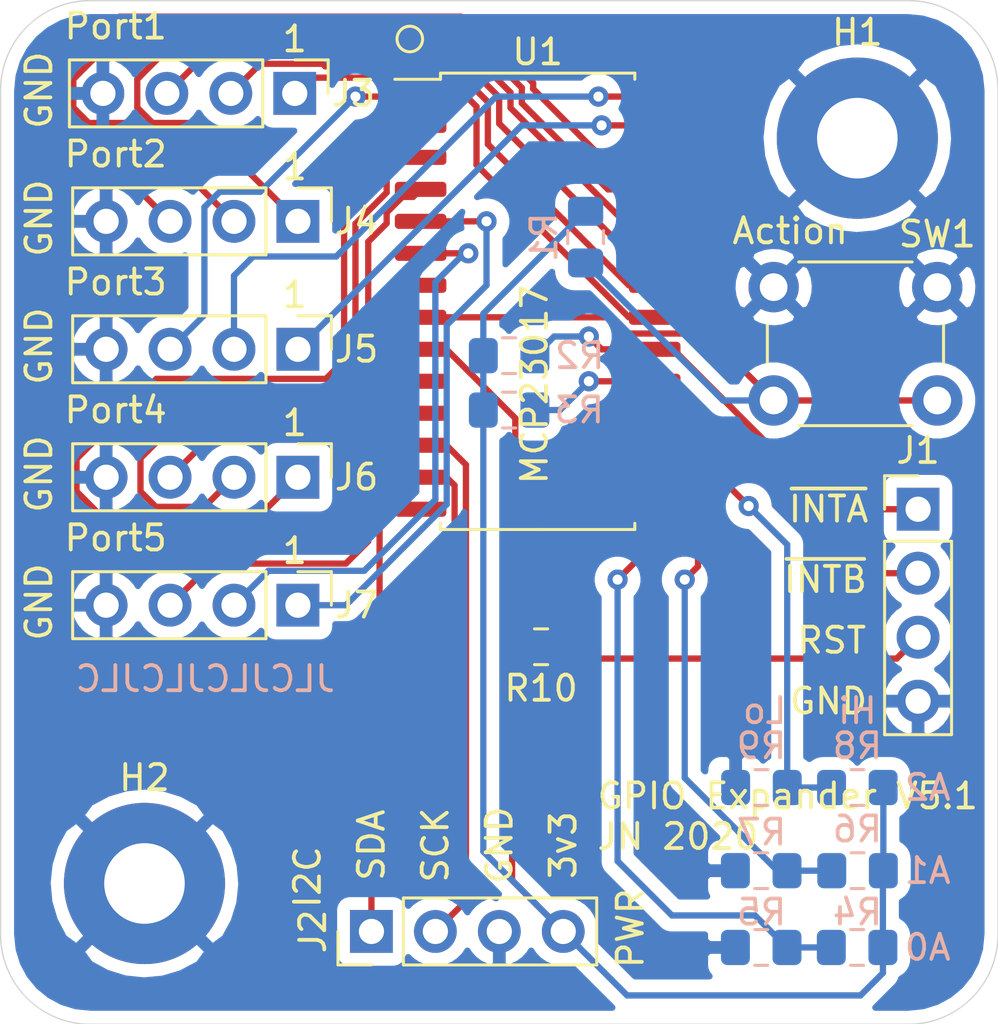
<source format=kicad_pcb>
(kicad_pcb (version 20171130) (host pcbnew "(5.1.6)-1")

  (general
    (thickness 1.6)
    (drawings 43)
    (tracks 218)
    (zones 0)
    (modules 21)
    (nets 27)
  )

  (page A4)
  (layers
    (0 F.Cu signal)
    (31 B.Cu signal)
    (32 B.Adhes user)
    (33 F.Adhes user)
    (34 B.Paste user)
    (35 F.Paste user)
    (36 B.SilkS user)
    (37 F.SilkS user)
    (38 B.Mask user)
    (39 F.Mask user)
    (40 Dwgs.User user)
    (41 Cmts.User user)
    (42 Eco1.User user)
    (43 Eco2.User user)
    (44 Edge.Cuts user)
    (45 Margin user)
    (46 B.CrtYd user)
    (47 F.CrtYd user)
    (48 B.Fab user hide)
    (49 F.Fab user hide)
  )

  (setup
    (last_trace_width 0.25)
    (user_trace_width 0.5)
    (user_trace_width 1)
    (trace_clearance 0.2)
    (zone_clearance 0.508)
    (zone_45_only no)
    (trace_min 0.2)
    (via_size 0.8)
    (via_drill 0.4)
    (via_min_size 0.4)
    (via_min_drill 0.3)
    (uvia_size 0.3)
    (uvia_drill 0.1)
    (uvias_allowed no)
    (uvia_min_size 0.2)
    (uvia_min_drill 0.1)
    (edge_width 0.05)
    (segment_width 0.2)
    (pcb_text_width 0.3)
    (pcb_text_size 1.5 1.5)
    (mod_edge_width 0.12)
    (mod_text_size 1 1)
    (mod_text_width 0.15)
    (pad_size 1.524 1.524)
    (pad_drill 0.762)
    (pad_to_mask_clearance 0.05)
    (aux_axis_origin 0 0)
    (visible_elements 7FFFFFFF)
    (pcbplotparams
      (layerselection 0x010fc_ffffffff)
      (usegerberextensions false)
      (usegerberattributes true)
      (usegerberadvancedattributes true)
      (creategerberjobfile true)
      (excludeedgelayer true)
      (linewidth 0.100000)
      (plotframeref false)
      (viasonmask false)
      (mode 1)
      (useauxorigin false)
      (hpglpennumber 1)
      (hpglpenspeed 20)
      (hpglpendiameter 15.000000)
      (psnegative false)
      (psa4output false)
      (plotreference true)
      (plotvalue true)
      (plotinvisibletext false)
      (padsonsilk false)
      (subtractmaskfromsilk false)
      (outputformat 1)
      (mirror false)
      (drillshape 0)
      (scaleselection 1)
      (outputdirectory "gerber/"))
  )

  (net 0 "")
  (net 1 GND)
  (net 2 +3V3)
  (net 3 /Action)
  (net 4 /A0)
  (net 5 /A1)
  (net 6 /A2)
  (net 7 /SCK)
  (net 8 /SDA)
  (net 9 /P1_3)
  (net 10 /P1_2)
  (net 11 /P1_1)
  (net 12 /P2_3)
  (net 13 /P2_2)
  (net 14 /P2_1)
  (net 15 /P3_3)
  (net 16 /P3_2)
  (net 17 /P3_1)
  (net 18 /P4_3)
  (net 19 /P4_2)
  (net 20 /P4_1)
  (net 21 /P5_3)
  (net 22 /P5_2)
  (net 23 /P5_1)
  (net 24 /INTA)
  (net 25 /INTB)
  (net 26 /~RESET)

  (net_class Default "This is the default net class."
    (clearance 0.2)
    (trace_width 0.25)
    (via_dia 0.8)
    (via_drill 0.4)
    (uvia_dia 0.3)
    (uvia_drill 0.1)
    (add_net +3V3)
    (add_net /A0)
    (add_net /A1)
    (add_net /A2)
    (add_net /Action)
    (add_net /INTA)
    (add_net /INTB)
    (add_net /P1_1)
    (add_net /P1_2)
    (add_net /P1_3)
    (add_net /P2_1)
    (add_net /P2_2)
    (add_net /P2_3)
    (add_net /P3_1)
    (add_net /P3_2)
    (add_net /P3_3)
    (add_net /P4_1)
    (add_net /P4_2)
    (add_net /P4_3)
    (add_net /P5_1)
    (add_net /P5_2)
    (add_net /P5_3)
    (add_net /SCK)
    (add_net /SDA)
    (add_net /~RESET)
    (add_net GND)
  )

  (module Connector_PinHeader_2.54mm:PinHeader_1x04_P2.54mm_Vertical (layer F.Cu) (tedit 59FED5CC) (tstamp 5F63D0FA)
    (at 120.396 84.709 90)
    (descr "Through hole straight pin header, 1x04, 2.54mm pitch, single row")
    (tags "Through hole pin header THT 1x04 2.54mm single row")
    (path /5F540EC6)
    (fp_text reference J2 (at 0 -2.33 90) (layer F.SilkS)
      (effects (font (size 1 1) (thickness 0.15)))
    )
    (fp_text value I2C (at 0 9.95 90) (layer F.Fab)
      (effects (font (size 1 1) (thickness 0.15)))
    )
    (fp_text user %R (at 0 3.81) (layer F.Fab)
      (effects (font (size 1 1) (thickness 0.15)))
    )
    (fp_line (start -0.635 -1.27) (end 1.27 -1.27) (layer F.Fab) (width 0.1))
    (fp_line (start 1.27 -1.27) (end 1.27 8.89) (layer F.Fab) (width 0.1))
    (fp_line (start 1.27 8.89) (end -1.27 8.89) (layer F.Fab) (width 0.1))
    (fp_line (start -1.27 8.89) (end -1.27 -0.635) (layer F.Fab) (width 0.1))
    (fp_line (start -1.27 -0.635) (end -0.635 -1.27) (layer F.Fab) (width 0.1))
    (fp_line (start -1.33 8.95) (end 1.33 8.95) (layer F.SilkS) (width 0.12))
    (fp_line (start -1.33 1.27) (end -1.33 8.95) (layer F.SilkS) (width 0.12))
    (fp_line (start 1.33 1.27) (end 1.33 8.95) (layer F.SilkS) (width 0.12))
    (fp_line (start -1.33 1.27) (end 1.33 1.27) (layer F.SilkS) (width 0.12))
    (fp_line (start -1.33 0) (end -1.33 -1.33) (layer F.SilkS) (width 0.12))
    (fp_line (start -1.33 -1.33) (end 0 -1.33) (layer F.SilkS) (width 0.12))
    (fp_line (start -1.8 -1.8) (end -1.8 9.4) (layer F.CrtYd) (width 0.05))
    (fp_line (start -1.8 9.4) (end 1.8 9.4) (layer F.CrtYd) (width 0.05))
    (fp_line (start 1.8 9.4) (end 1.8 -1.8) (layer F.CrtYd) (width 0.05))
    (fp_line (start 1.8 -1.8) (end -1.8 -1.8) (layer F.CrtYd) (width 0.05))
    (pad 4 thru_hole oval (at 0 7.62 90) (size 1.7 1.7) (drill 1) (layers *.Cu *.Mask)
      (net 2 +3V3))
    (pad 3 thru_hole oval (at 0 5.08 90) (size 1.7 1.7) (drill 1) (layers *.Cu *.Mask)
      (net 1 GND))
    (pad 2 thru_hole oval (at 0 2.54 90) (size 1.7 1.7) (drill 1) (layers *.Cu *.Mask)
      (net 7 /SCK))
    (pad 1 thru_hole rect (at 0 0 90) (size 1.7 1.7) (drill 1) (layers *.Cu *.Mask)
      (net 8 /SDA))
    (model ${KISYS3DMOD}/Connector_PinHeader_2.54mm.3dshapes/PinHeader_1x04_P2.54mm_Vertical.wrl
      (at (xyz 0 0 0))
      (scale (xyz 1 1 1))
      (rotate (xyz 0 0 0))
    )
  )

  (module Connector_PinHeader_2.54mm:PinHeader_1x04_P2.54mm_Vertical (layer F.Cu) (tedit 59FED5CC) (tstamp 5F8C9569)
    (at 142.113 67.945)
    (descr "Through hole straight pin header, 1x04, 2.54mm pitch, single row")
    (tags "Through hole pin header THT 1x04 2.54mm single row")
    (path /5F969FFA)
    (fp_text reference J1 (at 0 -2.33) (layer F.SilkS)
      (effects (font (size 1 1) (thickness 0.15)))
    )
    (fp_text value RST+INT (at 0 9.95) (layer F.Fab)
      (effects (font (size 1 1) (thickness 0.15)))
    )
    (fp_text user %R (at 0 3.81 90) (layer F.Fab)
      (effects (font (size 1 1) (thickness 0.15)))
    )
    (fp_line (start -0.635 -1.27) (end 1.27 -1.27) (layer F.Fab) (width 0.1))
    (fp_line (start 1.27 -1.27) (end 1.27 8.89) (layer F.Fab) (width 0.1))
    (fp_line (start 1.27 8.89) (end -1.27 8.89) (layer F.Fab) (width 0.1))
    (fp_line (start -1.27 8.89) (end -1.27 -0.635) (layer F.Fab) (width 0.1))
    (fp_line (start -1.27 -0.635) (end -0.635 -1.27) (layer F.Fab) (width 0.1))
    (fp_line (start -1.33 8.95) (end 1.33 8.95) (layer F.SilkS) (width 0.12))
    (fp_line (start -1.33 1.27) (end -1.33 8.95) (layer F.SilkS) (width 0.12))
    (fp_line (start 1.33 1.27) (end 1.33 8.95) (layer F.SilkS) (width 0.12))
    (fp_line (start -1.33 1.27) (end 1.33 1.27) (layer F.SilkS) (width 0.12))
    (fp_line (start -1.33 0) (end -1.33 -1.33) (layer F.SilkS) (width 0.12))
    (fp_line (start -1.33 -1.33) (end 0 -1.33) (layer F.SilkS) (width 0.12))
    (fp_line (start -1.8 -1.8) (end -1.8 9.4) (layer F.CrtYd) (width 0.05))
    (fp_line (start -1.8 9.4) (end 1.8 9.4) (layer F.CrtYd) (width 0.05))
    (fp_line (start 1.8 9.4) (end 1.8 -1.8) (layer F.CrtYd) (width 0.05))
    (fp_line (start 1.8 -1.8) (end -1.8 -1.8) (layer F.CrtYd) (width 0.05))
    (pad 4 thru_hole oval (at 0 7.62) (size 1.7 1.7) (drill 1) (layers *.Cu *.Mask)
      (net 1 GND))
    (pad 3 thru_hole oval (at 0 5.08) (size 1.7 1.7) (drill 1) (layers *.Cu *.Mask)
      (net 26 /~RESET))
    (pad 2 thru_hole oval (at 0 2.54) (size 1.7 1.7) (drill 1) (layers *.Cu *.Mask)
      (net 25 /INTB))
    (pad 1 thru_hole rect (at 0 0) (size 1.7 1.7) (drill 1) (layers *.Cu *.Mask)
      (net 24 /INTA))
    (model ${KISYS3DMOD}/Connector_PinHeader_2.54mm.3dshapes/PinHeader_1x04_P2.54mm_Vertical.wrl
      (at (xyz 0 0 0))
      (scale (xyz 1 1 1))
      (rotate (xyz 0 0 0))
    )
  )

  (module Button_Switch_THT:SW_PUSH_6mm (layer F.Cu) (tedit 5A02FE31) (tstamp 5F5415CB)
    (at 142.875 63.627 180)
    (descr https://www.omron.com/ecb/products/pdf/en-b3f.pdf)
    (tags "tact sw push 6mm")
    (path /5F54BE14)
    (fp_text reference SW1 (at 0 6.604) (layer F.SilkS)
      (effects (font (size 1 1) (thickness 0.15)))
    )
    (fp_text value Action (at 3.75 6.7) (layer F.Fab)
      (effects (font (size 1 1) (thickness 0.15)))
    )
    (fp_circle (center 3.25 2.25) (end 1.25 2.5) (layer F.Fab) (width 0.1))
    (fp_line (start 6.75 3) (end 6.75 1.5) (layer F.SilkS) (width 0.12))
    (fp_line (start 5.5 -1) (end 1 -1) (layer F.SilkS) (width 0.12))
    (fp_line (start -0.25 1.5) (end -0.25 3) (layer F.SilkS) (width 0.12))
    (fp_line (start 1 5.5) (end 5.5 5.5) (layer F.SilkS) (width 0.12))
    (fp_line (start 8 -1.25) (end 8 5.75) (layer F.CrtYd) (width 0.05))
    (fp_line (start 7.75 6) (end -1.25 6) (layer F.CrtYd) (width 0.05))
    (fp_line (start -1.5 5.75) (end -1.5 -1.25) (layer F.CrtYd) (width 0.05))
    (fp_line (start -1.25 -1.5) (end 7.75 -1.5) (layer F.CrtYd) (width 0.05))
    (fp_line (start -1.5 6) (end -1.25 6) (layer F.CrtYd) (width 0.05))
    (fp_line (start -1.5 5.75) (end -1.5 6) (layer F.CrtYd) (width 0.05))
    (fp_line (start -1.5 -1.5) (end -1.25 -1.5) (layer F.CrtYd) (width 0.05))
    (fp_line (start -1.5 -1.25) (end -1.5 -1.5) (layer F.CrtYd) (width 0.05))
    (fp_line (start 8 -1.5) (end 8 -1.25) (layer F.CrtYd) (width 0.05))
    (fp_line (start 7.75 -1.5) (end 8 -1.5) (layer F.CrtYd) (width 0.05))
    (fp_line (start 8 6) (end 8 5.75) (layer F.CrtYd) (width 0.05))
    (fp_line (start 7.75 6) (end 8 6) (layer F.CrtYd) (width 0.05))
    (fp_line (start 0.25 -0.75) (end 3.25 -0.75) (layer F.Fab) (width 0.1))
    (fp_line (start 0.25 5.25) (end 0.25 -0.75) (layer F.Fab) (width 0.1))
    (fp_line (start 6.25 5.25) (end 0.25 5.25) (layer F.Fab) (width 0.1))
    (fp_line (start 6.25 -0.75) (end 6.25 5.25) (layer F.Fab) (width 0.1))
    (fp_line (start 3.25 -0.75) (end 6.25 -0.75) (layer F.Fab) (width 0.1))
    (fp_text user %R (at 3.25 2.25) (layer F.Fab)
      (effects (font (size 1 1) (thickness 0.15)))
    )
    (pad 1 thru_hole circle (at 6.5 0 270) (size 2 2) (drill 1.1) (layers *.Cu *.Mask)
      (net 3 /Action))
    (pad 2 thru_hole circle (at 6.5 4.5 270) (size 2 2) (drill 1.1) (layers *.Cu *.Mask)
      (net 1 GND))
    (pad 1 thru_hole circle (at 0 0 270) (size 2 2) (drill 1.1) (layers *.Cu *.Mask)
      (net 3 /Action))
    (pad 2 thru_hole circle (at 0 4.5 270) (size 2 2) (drill 1.1) (layers *.Cu *.Mask)
      (net 1 GND))
    (model ${KISYS3DMOD}/Button_Switch_THT.3dshapes/SW_PUSH_6mm.wrl
      (at (xyz 0 0 0))
      (scale (xyz 1 1 1))
      (rotate (xyz 0 0 0))
    )
  )

  (module Package_SO:SOIC-28W_7.5x17.9mm_P1.27mm (layer F.Cu) (tedit 5D9F72B1) (tstamp 5F53F368)
    (at 127 59.69)
    (descr "SOIC, 28 Pin (JEDEC MS-013AE, https://www.analog.com/media/en/package-pcb-resources/package/35833120341221rw_28.pdf), generated with kicad-footprint-generator ipc_gullwing_generator.py")
    (tags "SOIC SO")
    (path /5F4D5073)
    (attr smd)
    (fp_text reference U1 (at 0 -9.9) (layer F.SilkS)
      (effects (font (size 1 1) (thickness 0.15)))
    )
    (fp_text value MCP23017-E/SP (at 0 9.9) (layer F.Fab)
      (effects (font (size 1 1) (thickness 0.15)))
    )
    (fp_line (start 5.93 -9.2) (end -5.93 -9.2) (layer F.CrtYd) (width 0.05))
    (fp_line (start 5.93 9.2) (end 5.93 -9.2) (layer F.CrtYd) (width 0.05))
    (fp_line (start -5.93 9.2) (end 5.93 9.2) (layer F.CrtYd) (width 0.05))
    (fp_line (start -5.93 -9.2) (end -5.93 9.2) (layer F.CrtYd) (width 0.05))
    (fp_line (start -3.75 -7.95) (end -2.75 -8.95) (layer F.Fab) (width 0.1))
    (fp_line (start -3.75 8.95) (end -3.75 -7.95) (layer F.Fab) (width 0.1))
    (fp_line (start 3.75 8.95) (end -3.75 8.95) (layer F.Fab) (width 0.1))
    (fp_line (start 3.75 -8.95) (end 3.75 8.95) (layer F.Fab) (width 0.1))
    (fp_line (start -2.75 -8.95) (end 3.75 -8.95) (layer F.Fab) (width 0.1))
    (fp_line (start -3.86 -8.815) (end -5.675 -8.815) (layer F.SilkS) (width 0.12))
    (fp_line (start -3.86 -9.06) (end -3.86 -8.815) (layer F.SilkS) (width 0.12))
    (fp_line (start 0 -9.06) (end -3.86 -9.06) (layer F.SilkS) (width 0.12))
    (fp_line (start 3.86 -9.06) (end 3.86 -8.815) (layer F.SilkS) (width 0.12))
    (fp_line (start 0 -9.06) (end 3.86 -9.06) (layer F.SilkS) (width 0.12))
    (fp_line (start -3.86 9.06) (end -3.86 8.815) (layer F.SilkS) (width 0.12))
    (fp_line (start 0 9.06) (end -3.86 9.06) (layer F.SilkS) (width 0.12))
    (fp_line (start 3.86 9.06) (end 3.86 8.815) (layer F.SilkS) (width 0.12))
    (fp_line (start 0 9.06) (end 3.86 9.06) (layer F.SilkS) (width 0.12))
    (fp_text user %R (at 0 0) (layer F.Fab)
      (effects (font (size 1 1) (thickness 0.15)))
    )
    (pad 28 smd roundrect (at 4.65 -8.255) (size 2.05 0.6) (layers F.Cu F.Paste F.Mask) (roundrect_rratio 0.25)
      (net 16 /P3_2))
    (pad 27 smd roundrect (at 4.65 -6.985) (size 2.05 0.6) (layers F.Cu F.Paste F.Mask) (roundrect_rratio 0.25)
      (net 17 /P3_1))
    (pad 26 smd roundrect (at 4.65 -5.715) (size 2.05 0.6) (layers F.Cu F.Paste F.Mask) (roundrect_rratio 0.25)
      (net 12 /P2_3))
    (pad 25 smd roundrect (at 4.65 -4.445) (size 2.05 0.6) (layers F.Cu F.Paste F.Mask) (roundrect_rratio 0.25)
      (net 13 /P2_2))
    (pad 24 smd roundrect (at 4.65 -3.175) (size 2.05 0.6) (layers F.Cu F.Paste F.Mask) (roundrect_rratio 0.25)
      (net 14 /P2_1))
    (pad 23 smd roundrect (at 4.65 -1.905) (size 2.05 0.6) (layers F.Cu F.Paste F.Mask) (roundrect_rratio 0.25)
      (net 9 /P1_3))
    (pad 22 smd roundrect (at 4.65 -0.635) (size 2.05 0.6) (layers F.Cu F.Paste F.Mask) (roundrect_rratio 0.25)
      (net 10 /P1_2))
    (pad 21 smd roundrect (at 4.65 0.635) (size 2.05 0.6) (layers F.Cu F.Paste F.Mask) (roundrect_rratio 0.25)
      (net 11 /P1_1))
    (pad 20 smd roundrect (at 4.65 1.905) (size 2.05 0.6) (layers F.Cu F.Paste F.Mask) (roundrect_rratio 0.25)
      (net 24 /INTA))
    (pad 19 smd roundrect (at 4.65 3.175) (size 2.05 0.6) (layers F.Cu F.Paste F.Mask) (roundrect_rratio 0.25)
      (net 25 /INTB))
    (pad 18 smd roundrect (at 4.65 4.445) (size 2.05 0.6) (layers F.Cu F.Paste F.Mask) (roundrect_rratio 0.25)
      (net 26 /~RESET))
    (pad 17 smd roundrect (at 4.65 5.715) (size 2.05 0.6) (layers F.Cu F.Paste F.Mask) (roundrect_rratio 0.25)
      (net 6 /A2))
    (pad 16 smd roundrect (at 4.65 6.985) (size 2.05 0.6) (layers F.Cu F.Paste F.Mask) (roundrect_rratio 0.25)
      (net 5 /A1))
    (pad 15 smd roundrect (at 4.65 8.255) (size 2.05 0.6) (layers F.Cu F.Paste F.Mask) (roundrect_rratio 0.25)
      (net 4 /A0))
    (pad 14 smd roundrect (at -4.65 8.255) (size 2.05 0.6) (layers F.Cu F.Paste F.Mask) (roundrect_rratio 0.25))
    (pad 13 smd roundrect (at -4.65 6.985) (size 2.05 0.6) (layers F.Cu F.Paste F.Mask) (roundrect_rratio 0.25)
      (net 8 /SDA))
    (pad 12 smd roundrect (at -4.65 5.715) (size 2.05 0.6) (layers F.Cu F.Paste F.Mask) (roundrect_rratio 0.25)
      (net 7 /SCK))
    (pad 11 smd roundrect (at -4.65 4.445) (size 2.05 0.6) (layers F.Cu F.Paste F.Mask) (roundrect_rratio 0.25))
    (pad 10 smd roundrect (at -4.65 3.175) (size 2.05 0.6) (layers F.Cu F.Paste F.Mask) (roundrect_rratio 0.25)
      (net 1 GND))
    (pad 9 smd roundrect (at -4.65 1.905) (size 2.05 0.6) (layers F.Cu F.Paste F.Mask) (roundrect_rratio 0.25)
      (net 2 +3V3))
    (pad 8 smd roundrect (at -4.65 0.635) (size 2.05 0.6) (layers F.Cu F.Paste F.Mask) (roundrect_rratio 0.25)
      (net 3 /Action))
    (pad 7 smd roundrect (at -4.65 -0.635) (size 2.05 0.6) (layers F.Cu F.Paste F.Mask) (roundrect_rratio 0.25)
      (net 21 /P5_3))
    (pad 6 smd roundrect (at -4.65 -1.905) (size 2.05 0.6) (layers F.Cu F.Paste F.Mask) (roundrect_rratio 0.25)
      (net 22 /P5_2))
    (pad 5 smd roundrect (at -4.65 -3.175) (size 2.05 0.6) (layers F.Cu F.Paste F.Mask) (roundrect_rratio 0.25)
      (net 23 /P5_1))
    (pad 4 smd roundrect (at -4.65 -4.445) (size 2.05 0.6) (layers F.Cu F.Paste F.Mask) (roundrect_rratio 0.25)
      (net 18 /P4_3))
    (pad 3 smd roundrect (at -4.65 -5.715) (size 2.05 0.6) (layers F.Cu F.Paste F.Mask) (roundrect_rratio 0.25)
      (net 19 /P4_2))
    (pad 2 smd roundrect (at -4.65 -6.985) (size 2.05 0.6) (layers F.Cu F.Paste F.Mask) (roundrect_rratio 0.25)
      (net 20 /P4_1))
    (pad 1 smd roundrect (at -4.65 -8.255) (size 2.05 0.6) (layers F.Cu F.Paste F.Mask) (roundrect_rratio 0.25)
      (net 15 /P3_3))
    (model ${KISYS3DMOD}/Package_SO.3dshapes/SOIC-28W_7.5x17.9mm_P1.27mm.wrl
      (at (xyz 0 0 0))
      (scale (xyz 1 1 1))
      (rotate (xyz 0 0 0))
    )
  )

  (module Resistor_SMD:R_0805_2012Metric_Pad1.15x1.40mm_HandSolder (layer F.Cu) (tedit 5B36C52B) (tstamp 5F63B2DA)
    (at 127.136 73.406 180)
    (descr "Resistor SMD 0805 (2012 Metric), square (rectangular) end terminal, IPC_7351 nominal with elongated pad for handsoldering. (Body size source: https://docs.google.com/spreadsheets/d/1BsfQQcO9C6DZCsRaXUlFlo91Tg2WpOkGARC1WS5S8t0/edit?usp=sharing), generated with kicad-footprint-generator")
    (tags "resistor handsolder")
    (path /5F63BDF9)
    (attr smd)
    (fp_text reference R10 (at 0 -1.65) (layer F.SilkS)
      (effects (font (size 1 1) (thickness 0.15)))
    )
    (fp_text value 1K (at 0 1.65) (layer F.Fab)
      (effects (font (size 1 1) (thickness 0.15)))
    )
    (fp_line (start 1.85 0.95) (end -1.85 0.95) (layer F.CrtYd) (width 0.05))
    (fp_line (start 1.85 -0.95) (end 1.85 0.95) (layer F.CrtYd) (width 0.05))
    (fp_line (start -1.85 -0.95) (end 1.85 -0.95) (layer F.CrtYd) (width 0.05))
    (fp_line (start -1.85 0.95) (end -1.85 -0.95) (layer F.CrtYd) (width 0.05))
    (fp_line (start -0.261252 0.71) (end 0.261252 0.71) (layer F.SilkS) (width 0.12))
    (fp_line (start -0.261252 -0.71) (end 0.261252 -0.71) (layer F.SilkS) (width 0.12))
    (fp_line (start 1 0.6) (end -1 0.6) (layer F.Fab) (width 0.1))
    (fp_line (start 1 -0.6) (end 1 0.6) (layer F.Fab) (width 0.1))
    (fp_line (start -1 -0.6) (end 1 -0.6) (layer F.Fab) (width 0.1))
    (fp_line (start -1 0.6) (end -1 -0.6) (layer F.Fab) (width 0.1))
    (fp_text user %R (at 0 0) (layer F.Fab)
      (effects (font (size 0.5 0.5) (thickness 0.08)))
    )
    (pad 2 smd roundrect (at 1.025 0 180) (size 1.15 1.4) (layers F.Cu F.Paste F.Mask) (roundrect_rratio 0.217391)
      (net 2 +3V3))
    (pad 1 smd roundrect (at -1.025 0 180) (size 1.15 1.4) (layers F.Cu F.Paste F.Mask) (roundrect_rratio 0.217391)
      (net 26 /~RESET))
    (model ${KISYS3DMOD}/Resistor_SMD.3dshapes/R_0805_2012Metric.wrl
      (at (xyz 0 0 0))
      (scale (xyz 1 1 1))
      (rotate (xyz 0 0 0))
    )
  )

  (module MountingHole:MountingHole_3.2mm_M3_Pad (layer F.Cu) (tedit 56D1B4CB) (tstamp 5F53F1BE)
    (at 111.379 82.804)
    (descr "Mounting Hole 3.2mm, M3")
    (tags "mounting hole 3.2mm m3")
    (path /5F5A9DAD)
    (attr virtual)
    (fp_text reference H2 (at 0 -4.2) (layer F.SilkS)
      (effects (font (size 1 1) (thickness 0.15)))
    )
    (fp_text value MountingHole_Pad (at 0 4.2) (layer F.Fab)
      (effects (font (size 1 1) (thickness 0.15)))
    )
    (fp_circle (center 0 0) (end 3.2 0) (layer Cmts.User) (width 0.15))
    (fp_circle (center 0 0) (end 3.45 0) (layer F.CrtYd) (width 0.05))
    (fp_text user %R (at 0.3 0) (layer F.Fab)
      (effects (font (size 1 1) (thickness 0.15)))
    )
    (pad 1 thru_hole circle (at 0 0) (size 6.4 6.4) (drill 3.2) (layers *.Cu *.Mask)
      (net 1 GND))
  )

  (module MountingHole:MountingHole_3.2mm_M3_Pad (layer F.Cu) (tedit 56D1B4CB) (tstamp 5F543037)
    (at 139.7 53.213)
    (descr "Mounting Hole 3.2mm, M3")
    (tags "mounting hole 3.2mm m3")
    (path /5F5A7348)
    (attr virtual)
    (fp_text reference H1 (at 0 -4.2) (layer F.SilkS)
      (effects (font (size 1 1) (thickness 0.15)))
    )
    (fp_text value MountingHole_Pad (at 0 4.2) (layer F.Fab)
      (effects (font (size 1 1) (thickness 0.15)))
    )
    (fp_circle (center 0 0) (end 3.2 0) (layer Cmts.User) (width 0.15))
    (fp_circle (center 0 0) (end 3.45 0) (layer F.CrtYd) (width 0.05))
    (fp_text user %R (at 0.3 0) (layer F.Fab)
      (effects (font (size 1 1) (thickness 0.15)))
    )
    (pad 1 thru_hole circle (at 0 0) (size 6.4 6.4) (drill 3.2) (layers *.Cu *.Mask)
      (net 1 GND))
  )

  (module Resistor_SMD:R_0805_2012Metric_Pad1.15x1.40mm_HandSolder (layer B.Cu) (tedit 5B36C52B) (tstamp 5F53F311)
    (at 135.89 78.994 180)
    (descr "Resistor SMD 0805 (2012 Metric), square (rectangular) end terminal, IPC_7351 nominal with elongated pad for handsoldering. (Body size source: https://docs.google.com/spreadsheets/d/1BsfQQcO9C6DZCsRaXUlFlo91Tg2WpOkGARC1WS5S8t0/edit?usp=sharing), generated with kicad-footprint-generator")
    (tags "resistor handsolder")
    (path /5F5AC53B)
    (attr smd)
    (fp_text reference R9 (at 0 1.651) (layer B.SilkS)
      (effects (font (size 1 1) (thickness 0.15)) (justify mirror))
    )
    (fp_text value 2K (at 0 -1.65) (layer B.Fab)
      (effects (font (size 1 1) (thickness 0.15)) (justify mirror))
    )
    (fp_line (start 1.85 -0.95) (end -1.85 -0.95) (layer B.CrtYd) (width 0.05))
    (fp_line (start 1.85 0.95) (end 1.85 -0.95) (layer B.CrtYd) (width 0.05))
    (fp_line (start -1.85 0.95) (end 1.85 0.95) (layer B.CrtYd) (width 0.05))
    (fp_line (start -1.85 -0.95) (end -1.85 0.95) (layer B.CrtYd) (width 0.05))
    (fp_line (start -0.261252 -0.71) (end 0.261252 -0.71) (layer B.SilkS) (width 0.12))
    (fp_line (start -0.261252 0.71) (end 0.261252 0.71) (layer B.SilkS) (width 0.12))
    (fp_line (start 1 -0.6) (end -1 -0.6) (layer B.Fab) (width 0.1))
    (fp_line (start 1 0.6) (end 1 -0.6) (layer B.Fab) (width 0.1))
    (fp_line (start -1 0.6) (end 1 0.6) (layer B.Fab) (width 0.1))
    (fp_line (start -1 -0.6) (end -1 0.6) (layer B.Fab) (width 0.1))
    (fp_text user %R (at 0 0) (layer B.Fab)
      (effects (font (size 0.5 0.5) (thickness 0.08)) (justify mirror))
    )
    (pad 2 smd roundrect (at 1.025 0 180) (size 1.15 1.4) (layers B.Cu B.Paste B.Mask) (roundrect_rratio 0.217391)
      (net 1 GND))
    (pad 1 smd roundrect (at -1.025 0 180) (size 1.15 1.4) (layers B.Cu B.Paste B.Mask) (roundrect_rratio 0.217391)
      (net 6 /A2))
    (model ${KISYS3DMOD}/Resistor_SMD.3dshapes/R_0805_2012Metric.wrl
      (at (xyz 0 0 0))
      (scale (xyz 1 1 1))
      (rotate (xyz 0 0 0))
    )
  )

  (module Resistor_SMD:R_0805_2012Metric_Pad1.15x1.40mm_HandSolder (layer B.Cu) (tedit 5B36C52B) (tstamp 5F53F300)
    (at 139.7 78.994 180)
    (descr "Resistor SMD 0805 (2012 Metric), square (rectangular) end terminal, IPC_7351 nominal with elongated pad for handsoldering. (Body size source: https://docs.google.com/spreadsheets/d/1BsfQQcO9C6DZCsRaXUlFlo91Tg2WpOkGARC1WS5S8t0/edit?usp=sharing), generated with kicad-footprint-generator")
    (tags "resistor handsolder")
    (path /5F535008)
    (attr smd)
    (fp_text reference R8 (at 0 1.651) (layer B.SilkS)
      (effects (font (size 1 1) (thickness 0.15)) (justify mirror))
    )
    (fp_text value 1K (at 0 -1.65) (layer B.Fab)
      (effects (font (size 1 1) (thickness 0.15)) (justify mirror))
    )
    (fp_line (start 1.85 -0.95) (end -1.85 -0.95) (layer B.CrtYd) (width 0.05))
    (fp_line (start 1.85 0.95) (end 1.85 -0.95) (layer B.CrtYd) (width 0.05))
    (fp_line (start -1.85 0.95) (end 1.85 0.95) (layer B.CrtYd) (width 0.05))
    (fp_line (start -1.85 -0.95) (end -1.85 0.95) (layer B.CrtYd) (width 0.05))
    (fp_line (start -0.261252 -0.71) (end 0.261252 -0.71) (layer B.SilkS) (width 0.12))
    (fp_line (start -0.261252 0.71) (end 0.261252 0.71) (layer B.SilkS) (width 0.12))
    (fp_line (start 1 -0.6) (end -1 -0.6) (layer B.Fab) (width 0.1))
    (fp_line (start 1 0.6) (end 1 -0.6) (layer B.Fab) (width 0.1))
    (fp_line (start -1 0.6) (end 1 0.6) (layer B.Fab) (width 0.1))
    (fp_line (start -1 -0.6) (end -1 0.6) (layer B.Fab) (width 0.1))
    (fp_text user %R (at 0 0) (layer B.Fab)
      (effects (font (size 0.5 0.5) (thickness 0.08)) (justify mirror))
    )
    (pad 2 smd roundrect (at 1.025 0 180) (size 1.15 1.4) (layers B.Cu B.Paste B.Mask) (roundrect_rratio 0.217391)
      (net 6 /A2))
    (pad 1 smd roundrect (at -1.025 0 180) (size 1.15 1.4) (layers B.Cu B.Paste B.Mask) (roundrect_rratio 0.217391)
      (net 2 +3V3))
    (model ${KISYS3DMOD}/Resistor_SMD.3dshapes/R_0805_2012Metric.wrl
      (at (xyz 0 0 0))
      (scale (xyz 1 1 1))
      (rotate (xyz 0 0 0))
    )
  )

  (module Resistor_SMD:R_0805_2012Metric_Pad1.15x1.40mm_HandSolder (layer B.Cu) (tedit 5B36C52B) (tstamp 5F53F2EF)
    (at 135.881 82.296 180)
    (descr "Resistor SMD 0805 (2012 Metric), square (rectangular) end terminal, IPC_7351 nominal with elongated pad for handsoldering. (Body size source: https://docs.google.com/spreadsheets/d/1BsfQQcO9C6DZCsRaXUlFlo91Tg2WpOkGARC1WS5S8t0/edit?usp=sharing), generated with kicad-footprint-generator")
    (tags "resistor handsolder")
    (path /5F5AC232)
    (attr smd)
    (fp_text reference R7 (at -0.009 1.524) (layer B.SilkS)
      (effects (font (size 1 1) (thickness 0.15)) (justify mirror))
    )
    (fp_text value 2K (at 0 -1.65) (layer B.Fab)
      (effects (font (size 1 1) (thickness 0.15)) (justify mirror))
    )
    (fp_line (start 1.85 -0.95) (end -1.85 -0.95) (layer B.CrtYd) (width 0.05))
    (fp_line (start 1.85 0.95) (end 1.85 -0.95) (layer B.CrtYd) (width 0.05))
    (fp_line (start -1.85 0.95) (end 1.85 0.95) (layer B.CrtYd) (width 0.05))
    (fp_line (start -1.85 -0.95) (end -1.85 0.95) (layer B.CrtYd) (width 0.05))
    (fp_line (start -0.261252 -0.71) (end 0.261252 -0.71) (layer B.SilkS) (width 0.12))
    (fp_line (start -0.261252 0.71) (end 0.261252 0.71) (layer B.SilkS) (width 0.12))
    (fp_line (start 1 -0.6) (end -1 -0.6) (layer B.Fab) (width 0.1))
    (fp_line (start 1 0.6) (end 1 -0.6) (layer B.Fab) (width 0.1))
    (fp_line (start -1 0.6) (end 1 0.6) (layer B.Fab) (width 0.1))
    (fp_line (start -1 -0.6) (end -1 0.6) (layer B.Fab) (width 0.1))
    (fp_text user %R (at 0 0) (layer B.Fab)
      (effects (font (size 0.5 0.5) (thickness 0.08)) (justify mirror))
    )
    (pad 2 smd roundrect (at 1.025 0 180) (size 1.15 1.4) (layers B.Cu B.Paste B.Mask) (roundrect_rratio 0.217391)
      (net 1 GND))
    (pad 1 smd roundrect (at -1.025 0 180) (size 1.15 1.4) (layers B.Cu B.Paste B.Mask) (roundrect_rratio 0.217391)
      (net 5 /A1))
    (model ${KISYS3DMOD}/Resistor_SMD.3dshapes/R_0805_2012Metric.wrl
      (at (xyz 0 0 0))
      (scale (xyz 1 1 1))
      (rotate (xyz 0 0 0))
    )
  )

  (module Resistor_SMD:R_0805_2012Metric_Pad1.15x1.40mm_HandSolder (layer B.Cu) (tedit 5B36C52B) (tstamp 5F53F2DE)
    (at 139.709 82.296 180)
    (descr "Resistor SMD 0805 (2012 Metric), square (rectangular) end terminal, IPC_7351 nominal with elongated pad for handsoldering. (Body size source: https://docs.google.com/spreadsheets/d/1BsfQQcO9C6DZCsRaXUlFlo91Tg2WpOkGARC1WS5S8t0/edit?usp=sharing), generated with kicad-footprint-generator")
    (tags "resistor handsolder")
    (path /5F5368B2)
    (attr smd)
    (fp_text reference R6 (at 0.009 1.651 180) (layer B.SilkS)
      (effects (font (size 1 1) (thickness 0.15)) (justify mirror))
    )
    (fp_text value 1K (at 0 -1.65 180) (layer B.Fab)
      (effects (font (size 1 1) (thickness 0.15)) (justify mirror))
    )
    (fp_line (start 1.85 -0.95) (end -1.85 -0.95) (layer B.CrtYd) (width 0.05))
    (fp_line (start 1.85 0.95) (end 1.85 -0.95) (layer B.CrtYd) (width 0.05))
    (fp_line (start -1.85 0.95) (end 1.85 0.95) (layer B.CrtYd) (width 0.05))
    (fp_line (start -1.85 -0.95) (end -1.85 0.95) (layer B.CrtYd) (width 0.05))
    (fp_line (start -0.261252 -0.71) (end 0.261252 -0.71) (layer B.SilkS) (width 0.12))
    (fp_line (start -0.261252 0.71) (end 0.261252 0.71) (layer B.SilkS) (width 0.12))
    (fp_line (start 1 -0.6) (end -1 -0.6) (layer B.Fab) (width 0.1))
    (fp_line (start 1 0.6) (end 1 -0.6) (layer B.Fab) (width 0.1))
    (fp_line (start -1 0.6) (end 1 0.6) (layer B.Fab) (width 0.1))
    (fp_line (start -1 -0.6) (end -1 0.6) (layer B.Fab) (width 0.1))
    (fp_text user %R (at 0 0 180) (layer B.Fab)
      (effects (font (size 0.5 0.5) (thickness 0.08)) (justify mirror))
    )
    (pad 2 smd roundrect (at 1.025 0 180) (size 1.15 1.4) (layers B.Cu B.Paste B.Mask) (roundrect_rratio 0.217391)
      (net 5 /A1))
    (pad 1 smd roundrect (at -1.025 0 180) (size 1.15 1.4) (layers B.Cu B.Paste B.Mask) (roundrect_rratio 0.217391)
      (net 2 +3V3))
    (model ${KISYS3DMOD}/Resistor_SMD.3dshapes/R_0805_2012Metric.wrl
      (at (xyz 0 0 0))
      (scale (xyz 1 1 1))
      (rotate (xyz 0 0 0))
    )
  )

  (module Resistor_SMD:R_0805_2012Metric_Pad1.15x1.40mm_HandSolder (layer B.Cu) (tedit 5B36C52B) (tstamp 5F53F2CD)
    (at 135.881 85.344 180)
    (descr "Resistor SMD 0805 (2012 Metric), square (rectangular) end terminal, IPC_7351 nominal with elongated pad for handsoldering. (Body size source: https://docs.google.com/spreadsheets/d/1BsfQQcO9C6DZCsRaXUlFlo91Tg2WpOkGARC1WS5S8t0/edit?usp=sharing), generated with kicad-footprint-generator")
    (tags "resistor handsolder")
    (path /5F5AB33B)
    (attr smd)
    (fp_text reference R5 (at -0.009 1.397 180) (layer B.SilkS)
      (effects (font (size 1 1) (thickness 0.15)) (justify mirror))
    )
    (fp_text value 2K (at 0 -1.65 180) (layer B.Fab)
      (effects (font (size 1 1) (thickness 0.15)) (justify mirror))
    )
    (fp_line (start 1.85 -0.95) (end -1.85 -0.95) (layer B.CrtYd) (width 0.05))
    (fp_line (start 1.85 0.95) (end 1.85 -0.95) (layer B.CrtYd) (width 0.05))
    (fp_line (start -1.85 0.95) (end 1.85 0.95) (layer B.CrtYd) (width 0.05))
    (fp_line (start -1.85 -0.95) (end -1.85 0.95) (layer B.CrtYd) (width 0.05))
    (fp_line (start -0.261252 -0.71) (end 0.261252 -0.71) (layer B.SilkS) (width 0.12))
    (fp_line (start -0.261252 0.71) (end 0.261252 0.71) (layer B.SilkS) (width 0.12))
    (fp_line (start 1 -0.6) (end -1 -0.6) (layer B.Fab) (width 0.1))
    (fp_line (start 1 0.6) (end 1 -0.6) (layer B.Fab) (width 0.1))
    (fp_line (start -1 0.6) (end 1 0.6) (layer B.Fab) (width 0.1))
    (fp_line (start -1 -0.6) (end -1 0.6) (layer B.Fab) (width 0.1))
    (fp_text user %R (at 0 0 180) (layer B.Fab)
      (effects (font (size 0.5 0.5) (thickness 0.08)) (justify mirror))
    )
    (pad 2 smd roundrect (at 1.025 0 180) (size 1.15 1.4) (layers B.Cu B.Paste B.Mask) (roundrect_rratio 0.217391)
      (net 1 GND))
    (pad 1 smd roundrect (at -1.025 0 180) (size 1.15 1.4) (layers B.Cu B.Paste B.Mask) (roundrect_rratio 0.217391)
      (net 4 /A0))
    (model ${KISYS3DMOD}/Resistor_SMD.3dshapes/R_0805_2012Metric.wrl
      (at (xyz 0 0 0))
      (scale (xyz 1 1 1))
      (rotate (xyz 0 0 0))
    )
  )

  (module Resistor_SMD:R_0805_2012Metric_Pad1.15x1.40mm_HandSolder (layer B.Cu) (tedit 5B36C52B) (tstamp 5F53F2BC)
    (at 139.691 85.344 180)
    (descr "Resistor SMD 0805 (2012 Metric), square (rectangular) end terminal, IPC_7351 nominal with elongated pad for handsoldering. (Body size source: https://docs.google.com/spreadsheets/d/1BsfQQcO9C6DZCsRaXUlFlo91Tg2WpOkGARC1WS5S8t0/edit?usp=sharing), generated with kicad-footprint-generator")
    (tags "resistor handsolder")
    (path /5F536AC3)
    (attr smd)
    (fp_text reference R4 (at -0.009 1.397 180) (layer B.SilkS)
      (effects (font (size 1 1) (thickness 0.15)) (justify mirror))
    )
    (fp_text value 1K (at 0 -1.65 180) (layer B.Fab)
      (effects (font (size 1 1) (thickness 0.15)) (justify mirror))
    )
    (fp_line (start 1.85 -0.95) (end -1.85 -0.95) (layer B.CrtYd) (width 0.05))
    (fp_line (start 1.85 0.95) (end 1.85 -0.95) (layer B.CrtYd) (width 0.05))
    (fp_line (start -1.85 0.95) (end 1.85 0.95) (layer B.CrtYd) (width 0.05))
    (fp_line (start -1.85 -0.95) (end -1.85 0.95) (layer B.CrtYd) (width 0.05))
    (fp_line (start -0.261252 -0.71) (end 0.261252 -0.71) (layer B.SilkS) (width 0.12))
    (fp_line (start -0.261252 0.71) (end 0.261252 0.71) (layer B.SilkS) (width 0.12))
    (fp_line (start 1 -0.6) (end -1 -0.6) (layer B.Fab) (width 0.1))
    (fp_line (start 1 0.6) (end 1 -0.6) (layer B.Fab) (width 0.1))
    (fp_line (start -1 0.6) (end 1 0.6) (layer B.Fab) (width 0.1))
    (fp_line (start -1 -0.6) (end -1 0.6) (layer B.Fab) (width 0.1))
    (fp_text user %R (at 0 0 180) (layer B.Fab)
      (effects (font (size 0.5 0.5) (thickness 0.08)) (justify mirror))
    )
    (pad 2 smd roundrect (at 1.025 0 180) (size 1.15 1.4) (layers B.Cu B.Paste B.Mask) (roundrect_rratio 0.217391)
      (net 4 /A0))
    (pad 1 smd roundrect (at -1.025 0 180) (size 1.15 1.4) (layers B.Cu B.Paste B.Mask) (roundrect_rratio 0.217391)
      (net 2 +3V3))
    (model ${KISYS3DMOD}/Resistor_SMD.3dshapes/R_0805_2012Metric.wrl
      (at (xyz 0 0 0))
      (scale (xyz 1 1 1))
      (rotate (xyz 0 0 0))
    )
  )

  (module Resistor_SMD:R_0805_2012Metric_Pad1.15x1.40mm_HandSolder (layer B.Cu) (tedit 5B36C52B) (tstamp 5F53F2AB)
    (at 125.866 64.008 180)
    (descr "Resistor SMD 0805 (2012 Metric), square (rectangular) end terminal, IPC_7351 nominal with elongated pad for handsoldering. (Body size source: https://docs.google.com/spreadsheets/d/1BsfQQcO9C6DZCsRaXUlFlo91Tg2WpOkGARC1WS5S8t0/edit?usp=sharing), generated with kicad-footprint-generator")
    (tags "resistor handsolder")
    (path /5F56B99D)
    (attr smd)
    (fp_text reference R3 (at -2.785 0) (layer B.SilkS)
      (effects (font (size 1 1) (thickness 0.15)) (justify mirror))
    )
    (fp_text value 1K (at 0 -1.65) (layer B.Fab)
      (effects (font (size 1 1) (thickness 0.15)) (justify mirror))
    )
    (fp_line (start 1.85 -0.95) (end -1.85 -0.95) (layer B.CrtYd) (width 0.05))
    (fp_line (start 1.85 0.95) (end 1.85 -0.95) (layer B.CrtYd) (width 0.05))
    (fp_line (start -1.85 0.95) (end 1.85 0.95) (layer B.CrtYd) (width 0.05))
    (fp_line (start -1.85 -0.95) (end -1.85 0.95) (layer B.CrtYd) (width 0.05))
    (fp_line (start -0.261252 -0.71) (end 0.261252 -0.71) (layer B.SilkS) (width 0.12))
    (fp_line (start -0.261252 0.71) (end 0.261252 0.71) (layer B.SilkS) (width 0.12))
    (fp_line (start 1 -0.6) (end -1 -0.6) (layer B.Fab) (width 0.1))
    (fp_line (start 1 0.6) (end 1 -0.6) (layer B.Fab) (width 0.1))
    (fp_line (start -1 0.6) (end 1 0.6) (layer B.Fab) (width 0.1))
    (fp_line (start -1 -0.6) (end -1 0.6) (layer B.Fab) (width 0.1))
    (fp_text user %R (at 0 0) (layer B.Fab)
      (effects (font (size 0.5 0.5) (thickness 0.08)) (justify mirror))
    )
    (pad 2 smd roundrect (at 1.025 0 180) (size 1.15 1.4) (layers B.Cu B.Paste B.Mask) (roundrect_rratio 0.217391)
      (net 2 +3V3))
    (pad 1 smd roundrect (at -1.025 0 180) (size 1.15 1.4) (layers B.Cu B.Paste B.Mask) (roundrect_rratio 0.217391)
      (net 25 /INTB))
    (model ${KISYS3DMOD}/Resistor_SMD.3dshapes/R_0805_2012Metric.wrl
      (at (xyz 0 0 0))
      (scale (xyz 1 1 1))
      (rotate (xyz 0 0 0))
    )
  )

  (module Resistor_SMD:R_0805_2012Metric_Pad1.15x1.40mm_HandSolder (layer B.Cu) (tedit 5B36C52B) (tstamp 5F53F29A)
    (at 125.866 61.849 180)
    (descr "Resistor SMD 0805 (2012 Metric), square (rectangular) end terminal, IPC_7351 nominal with elongated pad for handsoldering. (Body size source: https://docs.google.com/spreadsheets/d/1BsfQQcO9C6DZCsRaXUlFlo91Tg2WpOkGARC1WS5S8t0/edit?usp=sharing), generated with kicad-footprint-generator")
    (tags "resistor handsolder")
    (path /5F576942)
    (attr smd)
    (fp_text reference R2 (at -2.803 0) (layer B.SilkS)
      (effects (font (size 1 1) (thickness 0.15)) (justify mirror))
    )
    (fp_text value 1K (at 0 -1.65) (layer B.Fab)
      (effects (font (size 1 1) (thickness 0.15)) (justify mirror))
    )
    (fp_line (start 1.85 -0.95) (end -1.85 -0.95) (layer B.CrtYd) (width 0.05))
    (fp_line (start 1.85 0.95) (end 1.85 -0.95) (layer B.CrtYd) (width 0.05))
    (fp_line (start -1.85 0.95) (end 1.85 0.95) (layer B.CrtYd) (width 0.05))
    (fp_line (start -1.85 -0.95) (end -1.85 0.95) (layer B.CrtYd) (width 0.05))
    (fp_line (start -0.261252 -0.71) (end 0.261252 -0.71) (layer B.SilkS) (width 0.12))
    (fp_line (start -0.261252 0.71) (end 0.261252 0.71) (layer B.SilkS) (width 0.12))
    (fp_line (start 1 -0.6) (end -1 -0.6) (layer B.Fab) (width 0.1))
    (fp_line (start 1 0.6) (end 1 -0.6) (layer B.Fab) (width 0.1))
    (fp_line (start -1 0.6) (end 1 0.6) (layer B.Fab) (width 0.1))
    (fp_line (start -1 -0.6) (end -1 0.6) (layer B.Fab) (width 0.1))
    (fp_text user %R (at 0 0) (layer B.Fab)
      (effects (font (size 0.5 0.5) (thickness 0.08)) (justify mirror))
    )
    (pad 2 smd roundrect (at 1.025 0 180) (size 1.15 1.4) (layers B.Cu B.Paste B.Mask) (roundrect_rratio 0.217391)
      (net 2 +3V3))
    (pad 1 smd roundrect (at -1.025 0 180) (size 1.15 1.4) (layers B.Cu B.Paste B.Mask) (roundrect_rratio 0.217391)
      (net 24 /INTA))
    (model ${KISYS3DMOD}/Resistor_SMD.3dshapes/R_0805_2012Metric.wrl
      (at (xyz 0 0 0))
      (scale (xyz 1 1 1))
      (rotate (xyz 0 0 0))
    )
  )

  (module Resistor_SMD:R_0805_2012Metric_Pad1.15x1.40mm_HandSolder (layer B.Cu) (tedit 5B36C52B) (tstamp 5F53F289)
    (at 128.905 57.141 90)
    (descr "Resistor SMD 0805 (2012 Metric), square (rectangular) end terminal, IPC_7351 nominal with elongated pad for handsoldering. (Body size source: https://docs.google.com/spreadsheets/d/1BsfQQcO9C6DZCsRaXUlFlo91Tg2WpOkGARC1WS5S8t0/edit?usp=sharing), generated with kicad-footprint-generator")
    (tags "resistor handsolder")
    (path /5F54E8D7)
    (attr smd)
    (fp_text reference R1 (at -0.009 -1.651 90) (layer B.SilkS)
      (effects (font (size 1 1) (thickness 0.15)) (justify mirror))
    )
    (fp_text value 1K (at 0 -1.65 90) (layer B.Fab)
      (effects (font (size 1 1) (thickness 0.15)) (justify mirror))
    )
    (fp_line (start 1.85 -0.95) (end -1.85 -0.95) (layer B.CrtYd) (width 0.05))
    (fp_line (start 1.85 0.95) (end 1.85 -0.95) (layer B.CrtYd) (width 0.05))
    (fp_line (start -1.85 0.95) (end 1.85 0.95) (layer B.CrtYd) (width 0.05))
    (fp_line (start -1.85 -0.95) (end -1.85 0.95) (layer B.CrtYd) (width 0.05))
    (fp_line (start -0.261252 -0.71) (end 0.261252 -0.71) (layer B.SilkS) (width 0.12))
    (fp_line (start -0.261252 0.71) (end 0.261252 0.71) (layer B.SilkS) (width 0.12))
    (fp_line (start 1 -0.6) (end -1 -0.6) (layer B.Fab) (width 0.1))
    (fp_line (start 1 0.6) (end 1 -0.6) (layer B.Fab) (width 0.1))
    (fp_line (start -1 0.6) (end 1 0.6) (layer B.Fab) (width 0.1))
    (fp_line (start -1 -0.6) (end -1 0.6) (layer B.Fab) (width 0.1))
    (fp_text user %R (at 0 0 90) (layer B.Fab)
      (effects (font (size 0.5 0.5) (thickness 0.08)) (justify mirror))
    )
    (pad 2 smd roundrect (at 1.025 0 90) (size 1.15 1.4) (layers B.Cu B.Paste B.Mask) (roundrect_rratio 0.217391)
      (net 2 +3V3))
    (pad 1 smd roundrect (at -1.025 0 90) (size 1.15 1.4) (layers B.Cu B.Paste B.Mask) (roundrect_rratio 0.217391)
      (net 3 /Action))
    (model ${KISYS3DMOD}/Resistor_SMD.3dshapes/R_0805_2012Metric.wrl
      (at (xyz 0 0 0))
      (scale (xyz 1 1 1))
      (rotate (xyz 0 0 0))
    )
  )

  (module Connector_PinHeader_2.54mm:PinHeader_1x04_P2.54mm_Vertical (layer F.Cu) (tedit 59FED5CC) (tstamp 5F53F262)
    (at 117.475 71.755 270)
    (descr "Through hole straight pin header, 1x04, 2.54mm pitch, single row")
    (tags "Through hole pin header THT 1x04 2.54mm single row")
    (path /5F534E97)
    (fp_text reference J7 (at 0 -2.33 180) (layer F.SilkS)
      (effects (font (size 1 1) (thickness 0.15)))
    )
    (fp_text value "Port 5" (at 0 9.95 90) (layer F.Fab)
      (effects (font (size 1 1) (thickness 0.15)))
    )
    (fp_line (start 1.8 -1.8) (end -1.8 -1.8) (layer F.CrtYd) (width 0.05))
    (fp_line (start 1.8 9.4) (end 1.8 -1.8) (layer F.CrtYd) (width 0.05))
    (fp_line (start -1.8 9.4) (end 1.8 9.4) (layer F.CrtYd) (width 0.05))
    (fp_line (start -1.8 -1.8) (end -1.8 9.4) (layer F.CrtYd) (width 0.05))
    (fp_line (start -1.33 -1.33) (end 0 -1.33) (layer F.SilkS) (width 0.12))
    (fp_line (start -1.33 0) (end -1.33 -1.33) (layer F.SilkS) (width 0.12))
    (fp_line (start -1.33 1.27) (end 1.33 1.27) (layer F.SilkS) (width 0.12))
    (fp_line (start 1.33 1.27) (end 1.33 8.95) (layer F.SilkS) (width 0.12))
    (fp_line (start -1.33 1.27) (end -1.33 8.95) (layer F.SilkS) (width 0.12))
    (fp_line (start -1.33 8.95) (end 1.33 8.95) (layer F.SilkS) (width 0.12))
    (fp_line (start -1.27 -0.635) (end -0.635 -1.27) (layer F.Fab) (width 0.1))
    (fp_line (start -1.27 8.89) (end -1.27 -0.635) (layer F.Fab) (width 0.1))
    (fp_line (start 1.27 8.89) (end -1.27 8.89) (layer F.Fab) (width 0.1))
    (fp_line (start 1.27 -1.27) (end 1.27 8.89) (layer F.Fab) (width 0.1))
    (fp_line (start -0.635 -1.27) (end 1.27 -1.27) (layer F.Fab) (width 0.1))
    (fp_text user %R (at 0 3.81) (layer F.Fab)
      (effects (font (size 1 1) (thickness 0.15)))
    )
    (pad 4 thru_hole oval (at 0 7.62 270) (size 1.7 1.7) (drill 1) (layers *.Cu *.Mask)
      (net 1 GND))
    (pad 3 thru_hole oval (at 0 5.08 270) (size 1.7 1.7) (drill 1) (layers *.Cu *.Mask)
      (net 21 /P5_3))
    (pad 2 thru_hole oval (at 0 2.54 270) (size 1.7 1.7) (drill 1) (layers *.Cu *.Mask)
      (net 22 /P5_2))
    (pad 1 thru_hole rect (at 0 0 270) (size 1.7 1.7) (drill 1) (layers *.Cu *.Mask)
      (net 23 /P5_1))
    (model ${KISYS3DMOD}/Connector_PinHeader_2.54mm.3dshapes/PinHeader_1x04_P2.54mm_Vertical.wrl
      (at (xyz 0 0 0))
      (scale (xyz 1 1 1))
      (rotate (xyz 0 0 0))
    )
  )

  (module Connector_PinHeader_2.54mm:PinHeader_1x04_P2.54mm_Vertical (layer F.Cu) (tedit 59FED5CC) (tstamp 5F545217)
    (at 117.475 66.675 270)
    (descr "Through hole straight pin header, 1x04, 2.54mm pitch, single row")
    (tags "Through hole pin header THT 1x04 2.54mm single row")
    (path /5F4EA594)
    (fp_text reference J6 (at 0 -2.33 180) (layer F.SilkS)
      (effects (font (size 1 1) (thickness 0.15)))
    )
    (fp_text value "Port 4" (at 0 9.95 90) (layer F.Fab)
      (effects (font (size 1 1) (thickness 0.15)))
    )
    (fp_line (start 1.8 -1.8) (end -1.8 -1.8) (layer F.CrtYd) (width 0.05))
    (fp_line (start 1.8 9.4) (end 1.8 -1.8) (layer F.CrtYd) (width 0.05))
    (fp_line (start -1.8 9.4) (end 1.8 9.4) (layer F.CrtYd) (width 0.05))
    (fp_line (start -1.8 -1.8) (end -1.8 9.4) (layer F.CrtYd) (width 0.05))
    (fp_line (start -1.33 -1.33) (end 0 -1.33) (layer F.SilkS) (width 0.12))
    (fp_line (start -1.33 0) (end -1.33 -1.33) (layer F.SilkS) (width 0.12))
    (fp_line (start -1.33 1.27) (end 1.33 1.27) (layer F.SilkS) (width 0.12))
    (fp_line (start 1.33 1.27) (end 1.33 8.95) (layer F.SilkS) (width 0.12))
    (fp_line (start -1.33 1.27) (end -1.33 8.95) (layer F.SilkS) (width 0.12))
    (fp_line (start -1.33 8.95) (end 1.33 8.95) (layer F.SilkS) (width 0.12))
    (fp_line (start -1.27 -0.635) (end -0.635 -1.27) (layer F.Fab) (width 0.1))
    (fp_line (start -1.27 8.89) (end -1.27 -0.635) (layer F.Fab) (width 0.1))
    (fp_line (start 1.27 8.89) (end -1.27 8.89) (layer F.Fab) (width 0.1))
    (fp_line (start 1.27 -1.27) (end 1.27 8.89) (layer F.Fab) (width 0.1))
    (fp_line (start -0.635 -1.27) (end 1.27 -1.27) (layer F.Fab) (width 0.1))
    (fp_text user %R (at 0 3.81) (layer F.Fab)
      (effects (font (size 1 1) (thickness 0.15)))
    )
    (pad 4 thru_hole oval (at 0 7.62 270) (size 1.7 1.7) (drill 1) (layers *.Cu *.Mask)
      (net 1 GND))
    (pad 3 thru_hole oval (at 0 5.08 270) (size 1.7 1.7) (drill 1) (layers *.Cu *.Mask)
      (net 18 /P4_3))
    (pad 2 thru_hole oval (at 0 2.54 270) (size 1.7 1.7) (drill 1) (layers *.Cu *.Mask)
      (net 19 /P4_2))
    (pad 1 thru_hole rect (at 0 0 270) (size 1.7 1.7) (drill 1) (layers *.Cu *.Mask)
      (net 20 /P4_1))
    (model ${KISYS3DMOD}/Connector_PinHeader_2.54mm.3dshapes/PinHeader_1x04_P2.54mm_Vertical.wrl
      (at (xyz 0 0 0))
      (scale (xyz 1 1 1))
      (rotate (xyz 0 0 0))
    )
  )

  (module Connector_PinHeader_2.54mm:PinHeader_1x04_P2.54mm_Vertical (layer F.Cu) (tedit 59FED5CC) (tstamp 5F53F232)
    (at 117.475 61.595 270)
    (descr "Through hole straight pin header, 1x04, 2.54mm pitch, single row")
    (tags "Through hole pin header THT 1x04 2.54mm single row")
    (path /5F4E85E8)
    (fp_text reference J5 (at 0 -2.33 180) (layer F.SilkS)
      (effects (font (size 1 1) (thickness 0.15)))
    )
    (fp_text value "Port 3" (at 0 9.95 90) (layer F.Fab)
      (effects (font (size 1 1) (thickness 0.15)))
    )
    (fp_line (start 1.8 -1.8) (end -1.8 -1.8) (layer F.CrtYd) (width 0.05))
    (fp_line (start 1.8 9.4) (end 1.8 -1.8) (layer F.CrtYd) (width 0.05))
    (fp_line (start -1.8 9.4) (end 1.8 9.4) (layer F.CrtYd) (width 0.05))
    (fp_line (start -1.8 -1.8) (end -1.8 9.4) (layer F.CrtYd) (width 0.05))
    (fp_line (start -1.33 -1.33) (end 0 -1.33) (layer F.SilkS) (width 0.12))
    (fp_line (start -1.33 0) (end -1.33 -1.33) (layer F.SilkS) (width 0.12))
    (fp_line (start -1.33 1.27) (end 1.33 1.27) (layer F.SilkS) (width 0.12))
    (fp_line (start 1.33 1.27) (end 1.33 8.95) (layer F.SilkS) (width 0.12))
    (fp_line (start -1.33 1.27) (end -1.33 8.95) (layer F.SilkS) (width 0.12))
    (fp_line (start -1.33 8.95) (end 1.33 8.95) (layer F.SilkS) (width 0.12))
    (fp_line (start -1.27 -0.635) (end -0.635 -1.27) (layer F.Fab) (width 0.1))
    (fp_line (start -1.27 8.89) (end -1.27 -0.635) (layer F.Fab) (width 0.1))
    (fp_line (start 1.27 8.89) (end -1.27 8.89) (layer F.Fab) (width 0.1))
    (fp_line (start 1.27 -1.27) (end 1.27 8.89) (layer F.Fab) (width 0.1))
    (fp_line (start -0.635 -1.27) (end 1.27 -1.27) (layer F.Fab) (width 0.1))
    (fp_text user %R (at 0 3.81) (layer F.Fab)
      (effects (font (size 1 1) (thickness 0.15)))
    )
    (pad 4 thru_hole oval (at 0 7.62 270) (size 1.7 1.7) (drill 1) (layers *.Cu *.Mask)
      (net 1 GND))
    (pad 3 thru_hole oval (at 0 5.08 270) (size 1.7 1.7) (drill 1) (layers *.Cu *.Mask)
      (net 15 /P3_3))
    (pad 2 thru_hole oval (at 0 2.54 270) (size 1.7 1.7) (drill 1) (layers *.Cu *.Mask)
      (net 16 /P3_2))
    (pad 1 thru_hole rect (at 0 0 270) (size 1.7 1.7) (drill 1) (layers *.Cu *.Mask)
      (net 17 /P3_1))
    (model ${KISYS3DMOD}/Connector_PinHeader_2.54mm.3dshapes/PinHeader_1x04_P2.54mm_Vertical.wrl
      (at (xyz 0 0 0))
      (scale (xyz 1 1 1))
      (rotate (xyz 0 0 0))
    )
  )

  (module Connector_PinHeader_2.54mm:PinHeader_1x04_P2.54mm_Vertical (layer F.Cu) (tedit 59FED5CC) (tstamp 5F53F21A)
    (at 117.475 56.515 270)
    (descr "Through hole straight pin header, 1x04, 2.54mm pitch, single row")
    (tags "Through hole pin header THT 1x04 2.54mm single row")
    (path /5F4E72B1)
    (fp_text reference J4 (at 0 -2.33 180) (layer F.SilkS)
      (effects (font (size 1 1) (thickness 0.15)))
    )
    (fp_text value "Port 2" (at 0 9.95 90) (layer F.Fab)
      (effects (font (size 1 1) (thickness 0.15)))
    )
    (fp_line (start 1.8 -1.8) (end -1.8 -1.8) (layer F.CrtYd) (width 0.05))
    (fp_line (start 1.8 9.4) (end 1.8 -1.8) (layer F.CrtYd) (width 0.05))
    (fp_line (start -1.8 9.4) (end 1.8 9.4) (layer F.CrtYd) (width 0.05))
    (fp_line (start -1.8 -1.8) (end -1.8 9.4) (layer F.CrtYd) (width 0.05))
    (fp_line (start -1.33 -1.33) (end 0 -1.33) (layer F.SilkS) (width 0.12))
    (fp_line (start -1.33 0) (end -1.33 -1.33) (layer F.SilkS) (width 0.12))
    (fp_line (start -1.33 1.27) (end 1.33 1.27) (layer F.SilkS) (width 0.12))
    (fp_line (start 1.33 1.27) (end 1.33 8.95) (layer F.SilkS) (width 0.12))
    (fp_line (start -1.33 1.27) (end -1.33 8.95) (layer F.SilkS) (width 0.12))
    (fp_line (start -1.33 8.95) (end 1.33 8.95) (layer F.SilkS) (width 0.12))
    (fp_line (start -1.27 -0.635) (end -0.635 -1.27) (layer F.Fab) (width 0.1))
    (fp_line (start -1.27 8.89) (end -1.27 -0.635) (layer F.Fab) (width 0.1))
    (fp_line (start 1.27 8.89) (end -1.27 8.89) (layer F.Fab) (width 0.1))
    (fp_line (start 1.27 -1.27) (end 1.27 8.89) (layer F.Fab) (width 0.1))
    (fp_line (start -0.635 -1.27) (end 1.27 -1.27) (layer F.Fab) (width 0.1))
    (fp_text user %R (at 0 3.81) (layer F.Fab)
      (effects (font (size 1 1) (thickness 0.15)))
    )
    (pad 4 thru_hole oval (at 0 7.62 270) (size 1.7 1.7) (drill 1) (layers *.Cu *.Mask)
      (net 1 GND))
    (pad 3 thru_hole oval (at 0 5.08 270) (size 1.7 1.7) (drill 1) (layers *.Cu *.Mask)
      (net 12 /P2_3))
    (pad 2 thru_hole oval (at 0 2.54 270) (size 1.7 1.7) (drill 1) (layers *.Cu *.Mask)
      (net 13 /P2_2))
    (pad 1 thru_hole rect (at 0 0 270) (size 1.7 1.7) (drill 1) (layers *.Cu *.Mask)
      (net 14 /P2_1))
    (model ${KISYS3DMOD}/Connector_PinHeader_2.54mm.3dshapes/PinHeader_1x04_P2.54mm_Vertical.wrl
      (at (xyz 0 0 0))
      (scale (xyz 1 1 1))
      (rotate (xyz 0 0 0))
    )
  )

  (module Connector_PinHeader_2.54mm:PinHeader_1x04_P2.54mm_Vertical (layer F.Cu) (tedit 59FED5CC) (tstamp 5F53F202)
    (at 117.348 51.435 270)
    (descr "Through hole straight pin header, 1x04, 2.54mm pitch, single row")
    (tags "Through hole pin header THT 1x04 2.54mm single row")
    (path /5F4D6D02)
    (fp_text reference J3 (at 0 -2.33 180) (layer F.SilkS)
      (effects (font (size 1 1) (thickness 0.15)))
    )
    (fp_text value "Port 1" (at 0 9.95 90) (layer F.Fab)
      (effects (font (size 1 1) (thickness 0.15)))
    )
    (fp_line (start 1.8 -1.8) (end -1.8 -1.8) (layer F.CrtYd) (width 0.05))
    (fp_line (start 1.8 9.4) (end 1.8 -1.8) (layer F.CrtYd) (width 0.05))
    (fp_line (start -1.8 9.4) (end 1.8 9.4) (layer F.CrtYd) (width 0.05))
    (fp_line (start -1.8 -1.8) (end -1.8 9.4) (layer F.CrtYd) (width 0.05))
    (fp_line (start -1.33 -1.33) (end 0 -1.33) (layer F.SilkS) (width 0.12))
    (fp_line (start -1.33 0) (end -1.33 -1.33) (layer F.SilkS) (width 0.12))
    (fp_line (start -1.33 1.27) (end 1.33 1.27) (layer F.SilkS) (width 0.12))
    (fp_line (start 1.33 1.27) (end 1.33 8.95) (layer F.SilkS) (width 0.12))
    (fp_line (start -1.33 1.27) (end -1.33 8.95) (layer F.SilkS) (width 0.12))
    (fp_line (start -1.33 8.95) (end 1.33 8.95) (layer F.SilkS) (width 0.12))
    (fp_line (start -1.27 -0.635) (end -0.635 -1.27) (layer F.Fab) (width 0.1))
    (fp_line (start -1.27 8.89) (end -1.27 -0.635) (layer F.Fab) (width 0.1))
    (fp_line (start 1.27 8.89) (end -1.27 8.89) (layer F.Fab) (width 0.1))
    (fp_line (start 1.27 -1.27) (end 1.27 8.89) (layer F.Fab) (width 0.1))
    (fp_line (start -0.635 -1.27) (end 1.27 -1.27) (layer F.Fab) (width 0.1))
    (fp_text user %R (at 0 3.81) (layer F.Fab)
      (effects (font (size 1 1) (thickness 0.15)))
    )
    (pad 4 thru_hole oval (at 0 7.62 270) (size 1.7 1.7) (drill 1) (layers *.Cu *.Mask)
      (net 1 GND))
    (pad 3 thru_hole oval (at 0 5.08 270) (size 1.7 1.7) (drill 1) (layers *.Cu *.Mask)
      (net 9 /P1_3))
    (pad 2 thru_hole oval (at 0 2.54 270) (size 1.7 1.7) (drill 1) (layers *.Cu *.Mask)
      (net 10 /P1_2))
    (pad 1 thru_hole rect (at 0 0 270) (size 1.7 1.7) (drill 1) (layers *.Cu *.Mask)
      (net 11 /P1_1))
    (model ${KISYS3DMOD}/Connector_PinHeader_2.54mm.3dshapes/PinHeader_1x04_P2.54mm_Vertical.wrl
      (at (xyz 0 0 0))
      (scale (xyz 1 1 1))
      (rotate (xyz 0 0 0))
    )
  )

  (gr_text Lo (at 136.017 75.946) (layer B.SilkS)
    (effects (font (size 1 1) (thickness 0.15)) (justify mirror))
  )
  (gr_text Hi (at 139.7 75.946) (layer B.SilkS)
    (effects (font (size 1 1) (thickness 0.15)) (justify mirror))
  )
  (gr_text MCP23017 (at 126.873 62.992 90) (layer F.SilkS)
    (effects (font (size 1 1) (thickness 0.15)))
  )
  (gr_text RST (at 138.684 73.152) (layer F.SilkS) (tstamp 5F63B97F)
    (effects (font (size 1 1) (thickness 0.15)))
  )
  (gr_text GND (at 138.557 75.565) (layer F.SilkS) (tstamp 5F63B97B)
    (effects (font (size 1 1) (thickness 0.15)))
  )
  (gr_text "A0\n" (at 142.494 85.344) (layer B.SilkS) (tstamp 5F54524B)
    (effects (font (size 1 1) (thickness 0.15)) (justify mirror))
  )
  (gr_text "A1\n" (at 142.494 82.296) (layer B.SilkS) (tstamp 5F545249)
    (effects (font (size 1 1) (thickness 0.15)) (justify mirror))
  )
  (gr_text "A2\n" (at 142.494 78.994) (layer B.SilkS)
    (effects (font (size 1 1) (thickness 0.15)) (justify mirror))
  )
  (gr_circle (center 121.92 49.276) (end 122.428 49.276) (layer F.SilkS) (width 0.12))
  (gr_text 1 (at 117.348 49.276) (layer F.SilkS) (tstamp 5F544F56)
    (effects (font (size 1 1) (thickness 0.15)))
  )
  (gr_text 1 (at 117.348 54.356) (layer F.SilkS) (tstamp 5F544F54)
    (effects (font (size 1 1) (thickness 0.15)))
  )
  (gr_text 1 (at 117.348 59.436) (layer F.SilkS) (tstamp 5F544F50)
    (effects (font (size 1 1) (thickness 0.15)))
  )
  (gr_text 1 (at 117.348 64.516) (layer F.SilkS) (tstamp 5F544F4A)
    (effects (font (size 1 1) (thickness 0.15)))
  )
  (gr_text 1 (at 117.348 69.596) (layer F.SilkS)
    (effects (font (size 1 1) (thickness 0.15)))
  )
  (gr_text GND (at 107.188 71.628 90) (layer F.SilkS) (tstamp 5F544E42)
    (effects (font (size 1 1) (thickness 0.15)))
  )
  (gr_text GND (at 107.188 66.548 90) (layer F.SilkS) (tstamp 5F544E40)
    (effects (font (size 1 1) (thickness 0.15)))
  )
  (gr_text GND (at 107.188 61.468 90) (layer F.SilkS) (tstamp 5F544E3E)
    (effects (font (size 1 1) (thickness 0.15)))
  )
  (gr_text GND (at 107.188 56.388 90) (layer F.SilkS) (tstamp 5F544E3C)
    (effects (font (size 1 1) (thickness 0.15)))
  )
  (gr_text GND (at 107.188 51.308 90) (layer F.SilkS)
    (effects (font (size 1 1) (thickness 0.15)))
  )
  (gr_text PWR (at 130.683 84.582 90) (layer F.SilkS)
    (effects (font (size 1 1) (thickness 0.15)))
  )
  (gr_text GND (at 125.476 81.28 90) (layer F.SilkS)
    (effects (font (size 1 1) (thickness 0.15)))
  )
  (gr_text Action (at 137.033 56.896) (layer F.SilkS)
    (effects (font (size 1 1) (thickness 0.15)))
  )
  (gr_text JLCJLCJLCJLC (at 113.792 74.676) (layer B.SilkS)
    (effects (font (size 1 1) (thickness 0.15)) (justify mirror))
  )
  (gr_text "GPIO Expander V5.1\nJN 2020" (at 129.286 80.137) (layer F.SilkS)
    (effects (font (size 1 1) (thickness 0.15)) (justify left))
  )
  (gr_text ~INTB (at 138.43 70.739) (layer F.SilkS)
    (effects (font (size 1 1) (thickness 0.15)))
  )
  (gr_text ~INTA (at 138.557 67.945) (layer F.SilkS)
    (effects (font (size 1 1) (thickness 0.15)))
  )
  (gr_text 3v3 (at 128.016 81.28 90) (layer F.SilkS)
    (effects (font (size 1 1) (thickness 0.15)))
  )
  (gr_text SDA (at 120.396 81.28 90) (layer F.SilkS)
    (effects (font (size 1 1) (thickness 0.15)))
  )
  (gr_text SCK (at 122.936 81.28 90) (layer F.SilkS)
    (effects (font (size 1 1) (thickness 0.15)))
  )
  (gr_text Port5 (at 110.236 69.088) (layer F.SilkS) (tstamp 5F5430A2)
    (effects (font (size 1 1) (thickness 0.15)))
  )
  (gr_text Port4 (at 110.236 64.008) (layer F.SilkS) (tstamp 5F5430A0)
    (effects (font (size 1 1) (thickness 0.15)))
  )
  (gr_text Port3 (at 110.236 58.928) (layer F.SilkS) (tstamp 5F54309E)
    (effects (font (size 1 1) (thickness 0.15)))
  )
  (gr_text Port2 (at 110.236 53.848) (layer F.SilkS) (tstamp 5F54309C)
    (effects (font (size 1 1) (thickness 0.15)))
  )
  (gr_text Port1 (at 110.236 48.768) (layer F.SilkS)
    (effects (font (size 1 1) (thickness 0.15)))
  )
  (gr_text "I2C\n" (at 117.856 82.55 90) (layer F.SilkS)
    (effects (font (size 1 1) (thickness 0.15)))
  )
  (gr_line (start 141.732 88.392) (end 109.22 88.392) (layer Edge.Cuts) (width 0.05) (tstamp 5F540D75))
  (gr_line (start 145.288 51.308) (end 145.288 84.836) (layer Edge.Cuts) (width 0.05))
  (gr_arc (start 141.732 84.836) (end 141.732 88.392) (angle -90) (layer Edge.Cuts) (width 0.05) (tstamp 5F540C56))
  (gr_line (start 105.664 51.308) (end 105.664 84.836) (layer Edge.Cuts) (width 0.05) (tstamp 5F540C2F))
  (gr_arc (start 109.22 84.836) (end 105.664 84.836) (angle -90) (layer Edge.Cuts) (width 0.05) (tstamp 5F540C2B))
  (gr_line (start 141.732 47.752) (end 109.22 47.752) (layer Edge.Cuts) (width 0.05) (tstamp 5F540C2A))
  (gr_arc (start 109.22 51.308) (end 109.22 47.752) (angle -90) (layer Edge.Cuts) (width 0.05) (tstamp 5F63D4C8))
  (gr_arc (start 141.732 51.308) (end 145.288 51.308) (angle -90) (layer Edge.Cuts) (width 0.05))

  (segment (start 134.856 82.296) (end 134.856 82.024) (width 0.25) (layer B.Cu) (net 1))
  (segment (start 120.719011 63.814811) (end 120.71901 73.46399) (width 0.25) (layer F.Cu) (net 1))
  (segment (start 120.71901 73.46399) (end 111.379 82.804) (width 0.25) (layer F.Cu) (net 1))
  (segment (start 122.35 62.865) (end 121.668822 62.865) (width 0.25) (layer F.Cu) (net 1))
  (segment (start 121.668822 62.865) (end 120.719011 63.814811) (width 0.25) (layer F.Cu) (net 1))
  (segment (start 124.841 60.18) (end 128.905 56.116) (width 0.25) (layer B.Cu) (net 2))
  (segment (start 124.841 61.849) (end 124.841 60.18) (width 0.25) (layer B.Cu) (net 2))
  (segment (start 124.841 61.849) (end 124.841 64.008) (width 0.25) (layer B.Cu) (net 2))
  (segment (start 140.716 82.314) (end 140.734 82.296) (width 0.25) (layer B.Cu) (net 2))
  (segment (start 140.716 85.344) (end 140.716 82.314) (width 0.25) (layer B.Cu) (net 2))
  (segment (start 140.734 79.003) (end 140.725 78.994) (width 0.25) (layer B.Cu) (net 2))
  (segment (start 140.734 82.296) (end 140.734 79.003) (width 0.25) (layer B.Cu) (net 2))
  (segment (start 126.111 64.331) (end 126.111 73.406) (width 0.25) (layer F.Cu) (net 2))
  (segment (start 123.375 61.595) (end 126.111 64.331) (width 0.25) (layer F.Cu) (net 2))
  (segment (start 122.35 61.595) (end 123.375 61.595) (width 0.25) (layer F.Cu) (net 2))
  (segment (start 125.984 73.533) (end 126.111 73.406) (width 0.25) (layer F.Cu) (net 2))
  (segment (start 128.016 84.709) (end 125.984 82.677) (width 0.25) (layer F.Cu) (net 2))
  (segment (start 125.984 82.677) (end 125.984 73.533) (width 0.25) (layer F.Cu) (net 2))
  (segment (start 124.841 81.534) (end 128.016 84.709) (width 0.25) (layer B.Cu) (net 2))
  (segment (start 124.841 64.008) (end 124.841 81.534) (width 0.25) (layer B.Cu) (net 2))
  (segment (start 140.716 86.36) (end 140.716 85.344) (width 0.25) (layer B.Cu) (net 2))
  (segment (start 139.827 87.249) (end 140.716 86.36) (width 0.25) (layer B.Cu) (net 2))
  (segment (start 128.016 84.709) (end 130.556 87.249) (width 0.25) (layer B.Cu) (net 2))
  (segment (start 130.556 87.249) (end 139.827 87.249) (width 0.25) (layer B.Cu) (net 2))
  (segment (start 134.366 63.627) (end 128.905 58.166) (width 0.25) (layer B.Cu) (net 3))
  (segment (start 136.375 63.627) (end 134.366 63.627) (width 0.25) (layer B.Cu) (net 3))
  (segment (start 136.375 63.627) (end 142.875 63.627) (width 0.25) (layer F.Cu) (net 3))
  (segment (start 133.71799 60.96999) (end 136.375 63.627) (width 0.25) (layer F.Cu) (net 3))
  (segment (start 130.598222 60.96999) (end 133.71799 60.96999) (width 0.25) (layer F.Cu) (net 3))
  (segment (start 129.953232 60.325) (end 130.598222 60.96999) (width 0.25) (layer F.Cu) (net 3))
  (segment (start 122.35 60.325) (end 129.953232 60.325) (width 0.25) (layer F.Cu) (net 3))
  (segment (start 138.666 85.344) (end 136.906 85.344) (width 0.25) (layer B.Cu) (net 4))
  (segment (start 131.65 67.945) (end 131.65 69.264) (width 0.25) (layer F.Cu) (net 4))
  (segment (start 131.65 69.264) (end 130.175 70.739) (width 0.25) (layer F.Cu) (net 4))
  (via (at 130.175 70.739) (size 0.8) (drill 0.4) (layers F.Cu B.Cu) (net 4))
  (segment (start 130.175 81.915) (end 130.175 71.304685) (width 0.25) (layer B.Cu) (net 4))
  (segment (start 132.334 84.074) (end 130.175 81.915) (width 0.25) (layer B.Cu) (net 4))
  (segment (start 136.906 85.344) (end 135.636 84.074) (width 0.25) (layer B.Cu) (net 4))
  (segment (start 130.175 71.304685) (end 130.175 70.739) (width 0.25) (layer B.Cu) (net 4))
  (segment (start 135.636 84.074) (end 132.334 84.074) (width 0.25) (layer B.Cu) (net 4))
  (segment (start 138.684 82.296) (end 136.906 82.296) (width 0.25) (layer B.Cu) (net 5))
  (via (at 132.842 70.739) (size 0.8) (drill 0.4) (layers F.Cu B.Cu) (net 5))
  (segment (start 136.906 82.296) (end 136.525 82.296) (width 0.25) (layer B.Cu) (net 5))
  (segment (start 136.525 82.296) (end 132.842 78.613) (width 0.25) (layer B.Cu) (net 5))
  (segment (start 133.368999 70.212001) (end 132.842 70.739) (width 0.25) (layer F.Cu) (net 5))
  (segment (start 132.675 66.675) (end 133.368999 67.368999) (width 0.25) (layer F.Cu) (net 5))
  (segment (start 131.65 66.675) (end 132.675 66.675) (width 0.25) (layer F.Cu) (net 5))
  (segment (start 133.368999 67.368999) (end 133.368999 70.212001) (width 0.25) (layer F.Cu) (net 5))
  (segment (start 132.842 78.613) (end 132.842 70.739) (width 0.25) (layer B.Cu) (net 5))
  (segment (start 138.675 78.994) (end 136.915 78.994) (width 0.25) (layer B.Cu) (net 6))
  (segment (start 136.915 78.994) (end 136.915 69.351) (width 0.25) (layer B.Cu) (net 6))
  (segment (start 131.65 65.405) (end 132.969 65.405) (width 0.25) (layer F.Cu) (net 6))
  (via (at 135.382 67.818) (size 0.8) (drill 0.4) (layers F.Cu B.Cu) (net 6))
  (segment (start 136.915 69.351) (end 135.382 67.818) (width 0.25) (layer B.Cu) (net 6))
  (segment (start 132.969 65.405) (end 135.382 67.818) (width 0.25) (layer F.Cu) (net 6))
  (segment (start 124.150019 83.494981) (end 122.936 84.709) (width 0.25) (layer F.Cu) (net 7))
  (segment (start 124.150019 66.180019) (end 124.150019 83.494981) (width 0.25) (layer F.Cu) (net 7))
  (segment (start 122.35 65.405) (end 123.375 65.405) (width 0.25) (layer F.Cu) (net 7))
  (segment (start 123.375 65.405) (end 124.150019 66.180019) (width 0.25) (layer F.Cu) (net 7))
  (segment (start 120.396 80.01) (end 120.396 84.709) (width 0.25) (layer F.Cu) (net 8))
  (segment (start 123.70001 67.00001) (end 123.70001 76.70599) (width 0.25) (layer F.Cu) (net 8))
  (segment (start 123.70001 76.70599) (end 120.396 80.01) (width 0.25) (layer F.Cu) (net 8))
  (segment (start 122.35 66.675) (end 123.375 66.675) (width 0.25) (layer F.Cu) (net 8))
  (segment (start 123.375 66.675) (end 123.70001 67.00001) (width 0.25) (layer F.Cu) (net 8))
  (segment (start 123.242074 49.90997) (end 123.79456 49.909972) (width 0.25) (layer F.Cu) (net 9))
  (segment (start 123.79456 49.909972) (end 125.470905 51.586317) (width 0.25) (layer F.Cu) (net 9))
  (segment (start 125.470905 51.586317) (end 125.470905 52.630905) (width 0.25) (layer F.Cu) (net 9))
  (segment (start 123.142102 49.809998) (end 123.242074 49.90997) (width 0.25) (layer F.Cu) (net 9))
  (segment (start 113.893002 49.809998) (end 123.142102 49.809998) (width 0.25) (layer F.Cu) (net 9))
  (segment (start 112.268 51.435) (end 113.893002 49.809998) (width 0.25) (layer F.Cu) (net 9))
  (segment (start 125.470905 52.630905) (end 130.625 57.785) (width 0.25) (layer F.Cu) (net 9))
  (segment (start 130.625 57.785) (end 131.65 57.785) (width 0.25) (layer F.Cu) (net 9))
  (segment (start 114.808 51.435) (end 115.983001 50.259999) (width 0.25) (layer F.Cu) (net 10))
  (segment (start 118.557982 50.35998) (end 123.608159 50.359981) (width 0.25) (layer F.Cu) (net 10))
  (segment (start 130.625 59.055) (end 131.65 59.055) (width 0.25) (layer F.Cu) (net 10))
  (segment (start 125.020894 53.450895) (end 130.625 59.055) (width 0.25) (layer F.Cu) (net 10))
  (segment (start 125.020893 51.772715) (end 125.020894 53.450895) (width 0.25) (layer F.Cu) (net 10))
  (segment (start 123.608159 50.359981) (end 125.020893 51.772715) (width 0.25) (layer F.Cu) (net 10))
  (segment (start 118.458001 50.259999) (end 118.557982 50.35998) (width 0.25) (layer F.Cu) (net 10))
  (segment (start 115.983001 50.259999) (end 118.458001 50.259999) (width 0.25) (layer F.Cu) (net 10))
  (segment (start 130.625 60.325) (end 131.65 60.325) (width 0.25) (layer F.Cu) (net 11))
  (segment (start 123.421758 50.80999) (end 124.570884 51.959116) (width 0.25) (layer F.Cu) (net 11))
  (segment (start 117.348 51.435) (end 117.97301 50.80999) (width 0.25) (layer F.Cu) (net 11))
  (segment (start 124.570884 51.959116) (end 124.570884 54.270884) (width 0.25) (layer F.Cu) (net 11))
  (segment (start 117.97301 50.80999) (end 123.421758 50.80999) (width 0.25) (layer F.Cu) (net 11))
  (segment (start 124.570884 54.270884) (end 130.625 60.325) (width 0.25) (layer F.Cu) (net 11))
  (segment (start 129.54 53.975) (end 131.65 53.975) (width 0.25) (layer F.Cu) (net 12))
  (segment (start 126.820938 51.255937) (end 129.54 53.975) (width 0.25) (layer F.Cu) (net 12))
  (segment (start 126.820936 51.255933) (end 126.820938 51.255937) (width 0.25) (layer F.Cu) (net 12))
  (segment (start 126.820936 51.027116) (end 126.820936 51.255933) (width 0.25) (layer F.Cu) (net 12))
  (segment (start 124.417951 48.624133) (end 126.820936 51.027116) (width 0.25) (layer F.Cu) (net 12))
  (segment (start 108.102989 52.222989) (end 108.102988 50.684599) (width 0.25) (layer F.Cu) (net 12))
  (segment (start 112.395 56.515) (end 108.102989 52.222989) (width 0.25) (layer F.Cu) (net 12))
  (segment (start 108.102988 50.684599) (end 110.399325 48.388262) (width 0.25) (layer F.Cu) (net 12))
  (segment (start 110.399325 48.388262) (end 123.953262 48.388262) (width 0.25) (layer F.Cu) (net 12))
  (segment (start 123.953262 48.388262) (end 124.124943 48.559943) (width 0.25) (layer F.Cu) (net 12))
  (segment (start 124.124943 48.559943) (end 124.353764 48.559945) (width 0.25) (layer F.Cu) (net 12))
  (segment (start 124.353764 48.559945) (end 124.417951 48.624133) (width 0.25) (layer F.Cu) (net 12))
  (segment (start 123.811539 49.009951) (end 124.167362 49.009954) (width 0.25) (layer F.Cu) (net 13))
  (segment (start 110.514026 48.909972) (end 123.71156 48.909972) (width 0.25) (layer F.Cu) (net 13))
  (segment (start 129.792592 55.245) (end 131.65 55.245) (width 0.25) (layer F.Cu) (net 13))
  (segment (start 126.370927 51.213519) (end 126.370927 51.823333) (width 0.25) (layer F.Cu) (net 13))
  (segment (start 123.71156 48.909972) (end 123.811539 49.009951) (width 0.25) (layer F.Cu) (net 13))
  (segment (start 114.935 56.515) (end 111.030001 52.610001) (width 0.25) (layer F.Cu) (net 13))
  (segment (start 108.552999 50.870999) (end 110.514026 48.909972) (width 0.25) (layer F.Cu) (net 13))
  (segment (start 109.163999 52.610001) (end 108.552999 51.999001) (width 0.25) (layer F.Cu) (net 13))
  (segment (start 108.552999 51.999001) (end 108.552999 50.870999) (width 0.25) (layer F.Cu) (net 13))
  (segment (start 111.030001 52.610001) (end 109.163999 52.610001) (width 0.25) (layer F.Cu) (net 13))
  (segment (start 124.167362 49.009954) (end 126.370927 51.213519) (width 0.25) (layer F.Cu) (net 13))
  (segment (start 126.370927 51.823333) (end 129.792592 55.245) (width 0.25) (layer F.Cu) (net 13))
  (segment (start 111.703999 52.610001) (end 111.092999 51.999001) (width 0.25) (layer F.Cu) (net 14))
  (segment (start 117.475 56.515) (end 113.570001 52.610001) (width 0.25) (layer F.Cu) (net 14))
  (segment (start 113.570001 52.610001) (end 111.703999 52.610001) (width 0.25) (layer F.Cu) (net 14))
  (segment (start 111.092999 50.870999) (end 112.604011 49.359987) (width 0.25) (layer F.Cu) (net 14))
  (segment (start 112.604011 49.359987) (end 123.398194 49.359987) (width 0.25) (layer F.Cu) (net 14))
  (segment (start 123.398194 49.359987) (end 123.498167 49.45996) (width 0.25) (layer F.Cu) (net 14))
  (segment (start 123.980961 49.459963) (end 125.920916 51.399918) (width 0.25) (layer F.Cu) (net 14))
  (segment (start 125.920916 51.399918) (end 125.920916 52.009733) (width 0.25) (layer F.Cu) (net 14))
  (segment (start 111.092999 51.999001) (end 111.092999 50.870999) (width 0.25) (layer F.Cu) (net 14))
  (segment (start 123.498167 49.45996) (end 123.980961 49.459963) (width 0.25) (layer F.Cu) (net 14))
  (segment (start 125.920916 52.009733) (end 130.426181 56.515) (width 0.25) (layer F.Cu) (net 14))
  (segment (start 130.426181 56.515) (end 131.65 56.515) (width 0.25) (layer F.Cu) (net 14))
  (via (at 119.761 51.562) (size 0.8) (drill 0.4) (layers F.Cu B.Cu) (net 15))
  (segment (start 113.759999 60.230001) (end 113.759999 55.950999) (width 0.25) (layer B.Cu) (net 15))
  (segment (start 112.395 61.595) (end 113.759999 60.230001) (width 0.25) (layer B.Cu) (net 15))
  (segment (start 113.759999 55.950999) (end 114.370999 55.339999) (width 0.25) (layer B.Cu) (net 15))
  (segment (start 115.983001 55.339999) (end 119.761 51.562) (width 0.25) (layer B.Cu) (net 15))
  (segment (start 114.370999 55.339999) (end 115.983001 55.339999) (width 0.25) (layer B.Cu) (net 15))
  (segment (start 122.223 51.562) (end 122.35 51.435) (width 0.25) (layer F.Cu) (net 15))
  (segment (start 119.761 51.562) (end 122.223 51.562) (width 0.25) (layer F.Cu) (net 15))
  (via (at 129.413 51.562) (size 0.8) (drill 0.4) (layers F.Cu B.Cu) (net 16))
  (segment (start 131.523 51.562) (end 131.65 51.435) (width 0.25) (layer F.Cu) (net 16))
  (segment (start 129.413 51.562) (end 131.523 51.562) (width 0.25) (layer F.Cu) (net 16))
  (segment (start 115.697 57.912) (end 118.999 57.912) (width 0.25) (layer B.Cu) (net 16))
  (segment (start 125.349 51.562) (end 129.413 51.562) (width 0.25) (layer B.Cu) (net 16))
  (segment (start 118.999 57.912) (end 125.349 51.562) (width 0.25) (layer B.Cu) (net 16))
  (segment (start 114.935 61.595) (end 114.935 58.674) (width 0.25) (layer B.Cu) (net 16))
  (segment (start 114.935 58.674) (end 115.697 57.912) (width 0.25) (layer B.Cu) (net 16))
  (via (at 129.54 52.705) (size 0.8) (drill 0.4) (layers F.Cu B.Cu) (net 17))
  (segment (start 131.65 52.705) (end 129.54 52.705) (width 0.25) (layer F.Cu) (net 17))
  (segment (start 126.365 52.705) (end 117.475 61.595) (width 0.25) (layer B.Cu) (net 17))
  (segment (start 129.54 52.705) (end 126.365 52.705) (width 0.25) (layer B.Cu) (net 17))
  (segment (start 120.99999 56.59501) (end 120.99999 56.168242) (width 0.25) (layer F.Cu) (net 18))
  (segment (start 120.99999 56.168242) (end 121.623232 55.545) (width 0.25) (layer F.Cu) (net 18))
  (segment (start 121.623232 55.545) (end 122.05 55.545) (width 0.25) (layer F.Cu) (net 18))
  (segment (start 114.357989 64.712011) (end 118.4234 64.712011) (width 0.25) (layer F.Cu) (net 18))
  (segment (start 112.395 66.675) (end 114.357989 64.712011) (width 0.25) (layer F.Cu) (net 18))
  (segment (start 120.269 62.866411) (end 120.269 57.326) (width 0.25) (layer F.Cu) (net 18))
  (segment (start 118.4234 64.712011) (end 120.269 62.866411) (width 0.25) (layer F.Cu) (net 18))
  (segment (start 120.269 57.326) (end 120.99999 56.59501) (width 0.25) (layer F.Cu) (net 18))
  (segment (start 122.05 55.545) (end 122.35 55.245) (width 0.25) (layer F.Cu) (net 18))
  (segment (start 121.325 53.975) (end 122.35 53.975) (width 0.25) (layer F.Cu) (net 19))
  (segment (start 111.219999 65.921001) (end 112.879 64.262) (width 0.25) (layer F.Cu) (net 19))
  (segment (start 114.935 66.675) (end 113.759999 67.850001) (width 0.25) (layer F.Cu) (net 19))
  (segment (start 118.11 64.262) (end 119.761 62.611) (width 0.25) (layer F.Cu) (net 19))
  (segment (start 111.219999 67.239001) (end 111.219999 65.921001) (width 0.25) (layer F.Cu) (net 19))
  (segment (start 119.761 62.611) (end 119.761 56.61099) (width 0.25) (layer F.Cu) (net 19))
  (segment (start 113.759999 67.850001) (end 111.830999 67.850001) (width 0.25) (layer F.Cu) (net 19))
  (segment (start 111.830999 67.850001) (end 111.219999 67.239001) (width 0.25) (layer F.Cu) (net 19))
  (segment (start 112.879 64.262) (end 118.11 64.262) (width 0.25) (layer F.Cu) (net 19))
  (segment (start 120.99999 55.372) (end 120.99999 54.30001) (width 0.25) (layer F.Cu) (net 19))
  (segment (start 119.761 56.61099) (end 120.99999 55.372) (width 0.25) (layer F.Cu) (net 19))
  (segment (start 120.99999 54.30001) (end 121.325 53.975) (width 0.25) (layer F.Cu) (net 19))
  (segment (start 121.923232 52.705) (end 122.35 52.705) (width 0.25) (layer F.Cu) (net 20))
  (segment (start 119.31099 62.044012) (end 119.31099 55.317242) (width 0.25) (layer F.Cu) (net 20))
  (segment (start 119.31099 55.317242) (end 121.923232 52.705) (width 0.25) (layer F.Cu) (net 20))
  (segment (start 118.585001 62.770001) (end 119.31099 62.044012) (width 0.25) (layer F.Cu) (net 20))
  (segment (start 111.854999 62.770001) (end 118.585001 62.770001) (width 0.25) (layer F.Cu) (net 20))
  (segment (start 108.679999 67.239001) (end 108.679999 65.945001) (width 0.25) (layer F.Cu) (net 20))
  (segment (start 108.679999 65.945001) (end 111.854999 62.770001) (width 0.25) (layer F.Cu) (net 20))
  (segment (start 109.741009 68.300011) (end 108.679999 67.239001) (width 0.25) (layer F.Cu) (net 20))
  (segment (start 115.849989 68.300011) (end 109.741009 68.300011) (width 0.25) (layer F.Cu) (net 20))
  (segment (start 117.475 66.675) (end 115.849989 68.300011) (width 0.25) (layer F.Cu) (net 20))
  (segment (start 120.99999 59.38001) (end 121.325 59.055) (width 0.25) (layer F.Cu) (net 21))
  (segment (start 112.395 71.755) (end 114.046 70.104) (width 0.25) (layer F.Cu) (net 21))
  (segment (start 120.269 63.628411) (end 120.99999 62.897421) (width 0.25) (layer F.Cu) (net 21))
  (segment (start 119.38 70.104) (end 120.269 69.215) (width 0.25) (layer F.Cu) (net 21))
  (segment (start 121.325 59.055) (end 122.35 59.055) (width 0.25) (layer F.Cu) (net 21))
  (segment (start 120.269 69.215) (end 120.269 63.628411) (width 0.25) (layer F.Cu) (net 21))
  (segment (start 120.99999 62.897421) (end 120.99999 59.38001) (width 0.25) (layer F.Cu) (net 21))
  (segment (start 114.046 70.104) (end 119.38 70.104) (width 0.25) (layer F.Cu) (net 21))
  (via (at 124.243 57.785) (size 0.8) (drill 0.4) (layers F.Cu B.Cu) (net 22))
  (segment (start 124.243 57.785) (end 122.35 57.785) (width 0.25) (layer F.Cu) (net 22))
  (segment (start 124.079998 57.785) (end 124.243 57.785) (width 0.25) (layer B.Cu) (net 22))
  (segment (start 122.936 58.928998) (end 124.079998 57.785) (width 0.25) (layer B.Cu) (net 22))
  (segment (start 122.936 67.564) (end 122.936 58.928998) (width 0.25) (layer B.Cu) (net 22))
  (segment (start 120.109999 70.390001) (end 122.936 67.564) (width 0.25) (layer B.Cu) (net 22))
  (segment (start 114.935 71.755) (end 116.299999 70.390001) (width 0.25) (layer B.Cu) (net 22))
  (segment (start 116.299999 70.390001) (end 120.109999 70.390001) (width 0.25) (layer B.Cu) (net 22))
  (via (at 124.968 56.515) (size 0.8) (drill 0.4) (layers F.Cu B.Cu) (net 23))
  (segment (start 124.968 56.515) (end 122.35 56.515) (width 0.25) (layer F.Cu) (net 23))
  (segment (start 123.386011 60.636989) (end 124.968 59.055) (width 0.25) (layer B.Cu) (net 23))
  (segment (start 124.968 59.055) (end 124.968 56.515) (width 0.25) (layer B.Cu) (net 23))
  (segment (start 123.386011 67.7504) (end 123.386011 60.636989) (width 0.25) (layer B.Cu) (net 23))
  (segment (start 119.381411 71.755) (end 123.386011 67.7504) (width 0.25) (layer B.Cu) (net 23))
  (segment (start 117.475 71.755) (end 119.381411 71.755) (width 0.25) (layer B.Cu) (net 23))
  (via (at 129.032 61.087) (size 0.8) (drill 0.4) (layers F.Cu B.Cu) (net 24))
  (segment (start 131.65 61.595) (end 129.54 61.595) (width 0.25) (layer F.Cu) (net 24))
  (segment (start 129.54 61.595) (end 129.032 61.087) (width 0.25) (layer F.Cu) (net 24))
  (segment (start 127.653 61.087) (end 126.891 61.849) (width 0.25) (layer B.Cu) (net 24))
  (segment (start 129.032 61.087) (end 127.653 61.087) (width 0.25) (layer B.Cu) (net 24))
  (segment (start 138.731998 67.945) (end 132.381998 61.595) (width 0.25) (layer F.Cu) (net 24))
  (segment (start 142.113 67.945) (end 138.731998 67.945) (width 0.25) (layer F.Cu) (net 24))
  (segment (start 132.381998 61.595) (end 131.65 61.595) (width 0.25) (layer F.Cu) (net 24))
  (via (at 129.032 62.865) (size 0.8) (drill 0.4) (layers F.Cu B.Cu) (net 25))
  (segment (start 126.891 64.008) (end 127.889 64.008) (width 0.25) (layer B.Cu) (net 25))
  (segment (start 127.889 64.008) (end 129.032 62.865) (width 0.25) (layer B.Cu) (net 25))
  (segment (start 129.032 62.865) (end 131.65 62.865) (width 0.25) (layer F.Cu) (net 25))
  (segment (start 139.696768 70.485) (end 142.113 70.485) (width 0.25) (layer F.Cu) (net 25))
  (segment (start 132.076768 62.865) (end 139.696768 70.485) (width 0.25) (layer F.Cu) (net 25))
  (segment (start 131.65 62.865) (end 132.076768 62.865) (width 0.25) (layer F.Cu) (net 25))
  (segment (start 131.223232 64.135) (end 131.65 64.135) (width 0.25) (layer F.Cu) (net 26))
  (segment (start 128.161 67.197232) (end 131.223232 64.135) (width 0.25) (layer F.Cu) (net 26))
  (segment (start 128.161 73.406) (end 128.161 67.197232) (width 0.25) (layer F.Cu) (net 26))
  (segment (start 142.113 73.025) (end 141.263001 73.874999) (width 0.25) (layer F.Cu) (net 26))
  (segment (start 141.263001 73.874999) (end 129.204999 73.874999) (width 0.25) (layer F.Cu) (net 26))
  (segment (start 128.736 73.406) (end 128.161 73.406) (width 0.25) (layer F.Cu) (net 26))
  (segment (start 129.204999 73.874999) (end 128.736 73.406) (width 0.25) (layer F.Cu) (net 26))

  (zone (net 1) (net_name GND) (layer B.Cu) (tstamp 0) (hatch edge 0.508)
    (connect_pads (clearance 0.508))
    (min_thickness 0.254)
    (fill yes (arc_segments 32) (thermal_gap 0.508) (thermal_bridge_width 0.508) (smoothing fillet) (radius 3))
    (polygon
      (pts
        (xy 144.78 87.884) (xy 106.172 87.884) (xy 106.172 48.26) (xy 144.78 48.26)
      )
    )
    (filled_polygon
      (pts
        (xy 142.293886 48.470258) (xy 142.834376 48.633442) (xy 143.332867 48.898494) (xy 143.770388 49.255326) (xy 144.130271 49.69035)
        (xy 144.398799 50.186983) (xy 144.565749 50.726315) (xy 144.628 51.318596) (xy 144.628001 84.803712) (xy 144.569742 85.397886)
        (xy 144.406559 85.938374) (xy 144.141506 86.436867) (xy 143.784669 86.874393) (xy 143.349653 87.234269) (xy 142.853019 87.502798)
        (xy 142.31369 87.669749) (xy 141.721404 87.732) (xy 140.418801 87.732) (xy 141.227004 86.923798) (xy 141.256001 86.900001)
        (xy 141.350974 86.784276) (xy 141.421546 86.652247) (xy 141.443097 86.581201) (xy 141.534387 86.532405) (xy 141.668962 86.421962)
        (xy 141.779405 86.287387) (xy 141.861472 86.133851) (xy 141.912008 85.967255) (xy 141.929072 85.794001) (xy 141.929072 84.893999)
        (xy 141.912008 84.720745) (xy 141.861472 84.554149) (xy 141.779405 84.400613) (xy 141.668962 84.266038) (xy 141.534387 84.155595)
        (xy 141.476 84.124386) (xy 141.476 83.525235) (xy 141.552387 83.484405) (xy 141.686962 83.373962) (xy 141.797405 83.239387)
        (xy 141.879472 83.085851) (xy 141.930008 82.919255) (xy 141.947072 82.746001) (xy 141.947072 81.845999) (xy 141.930008 81.672745)
        (xy 141.879472 81.506149) (xy 141.797405 81.352613) (xy 141.686962 81.218038) (xy 141.552387 81.107595) (xy 141.494 81.076386)
        (xy 141.494 80.208803) (xy 141.543387 80.182405) (xy 141.677962 80.071962) (xy 141.788405 79.937387) (xy 141.870472 79.783851)
        (xy 141.921008 79.617255) (xy 141.938072 79.444001) (xy 141.938072 78.543999) (xy 141.921008 78.370745) (xy 141.870472 78.204149)
        (xy 141.788405 78.050613) (xy 141.677962 77.916038) (xy 141.543387 77.805595) (xy 141.389851 77.723528) (xy 141.223255 77.672992)
        (xy 141.050001 77.655928) (xy 140.399999 77.655928) (xy 140.226745 77.672992) (xy 140.060149 77.723528) (xy 139.906613 77.805595)
        (xy 139.772038 77.916038) (xy 139.7 78.003816) (xy 139.627962 77.916038) (xy 139.493387 77.805595) (xy 139.339851 77.723528)
        (xy 139.173255 77.672992) (xy 139.000001 77.655928) (xy 138.349999 77.655928) (xy 138.176745 77.672992) (xy 138.010149 77.723528)
        (xy 137.856613 77.805595) (xy 137.795 77.85616) (xy 137.733387 77.805595) (xy 137.675 77.774386) (xy 137.675 75.92189)
        (xy 140.671524 75.92189) (xy 140.716175 76.069099) (xy 140.841359 76.33192) (xy 141.015412 76.565269) (xy 141.231645 76.760178)
        (xy 141.481748 76.909157) (xy 141.756109 77.006481) (xy 141.986 76.885814) (xy 141.986 75.692) (xy 142.24 75.692)
        (xy 142.24 76.885814) (xy 142.469891 77.006481) (xy 142.744252 76.909157) (xy 142.994355 76.760178) (xy 143.210588 76.565269)
        (xy 143.384641 76.33192) (xy 143.509825 76.069099) (xy 143.554476 75.92189) (xy 143.433155 75.692) (xy 142.24 75.692)
        (xy 141.986 75.692) (xy 140.792845 75.692) (xy 140.671524 75.92189) (xy 137.675 75.92189) (xy 137.675 69.388322)
        (xy 137.678676 69.350999) (xy 137.675 69.313676) (xy 137.675 69.313667) (xy 137.664003 69.202014) (xy 137.620546 69.058753)
        (xy 137.549974 68.926724) (xy 137.536811 68.910685) (xy 137.478799 68.839996) (xy 137.478795 68.839992) (xy 137.455001 68.810999)
        (xy 137.426008 68.787205) (xy 136.417 67.778198) (xy 136.417 67.716061) (xy 136.377226 67.516102) (xy 136.299205 67.327744)
        (xy 136.185937 67.158226) (xy 136.122711 67.095) (xy 140.624928 67.095) (xy 140.624928 68.795) (xy 140.637188 68.919482)
        (xy 140.673498 69.03918) (xy 140.732463 69.149494) (xy 140.811815 69.246185) (xy 140.908506 69.325537) (xy 141.01882 69.384502)
        (xy 141.09138 69.406513) (xy 140.959525 69.538368) (xy 140.79701 69.781589) (xy 140.685068 70.051842) (xy 140.628 70.33874)
        (xy 140.628 70.63126) (xy 140.685068 70.918158) (xy 140.79701 71.188411) (xy 140.959525 71.431632) (xy 141.166368 71.638475)
        (xy 141.34076 71.755) (xy 141.166368 71.871525) (xy 140.959525 72.078368) (xy 140.79701 72.321589) (xy 140.685068 72.591842)
        (xy 140.628 72.87874) (xy 140.628 73.17126) (xy 140.685068 73.458158) (xy 140.79701 73.728411) (xy 140.959525 73.971632)
        (xy 141.166368 74.178475) (xy 141.348534 74.300195) (xy 141.231645 74.369822) (xy 141.015412 74.564731) (xy 140.841359 74.79808)
        (xy 140.716175 75.060901) (xy 140.671524 75.20811) (xy 140.792845 75.438) (xy 141.986 75.438) (xy 141.986 75.418)
        (xy 142.24 75.418) (xy 142.24 75.438) (xy 143.433155 75.438) (xy 143.554476 75.20811) (xy 143.509825 75.060901)
        (xy 143.384641 74.79808) (xy 143.210588 74.564731) (xy 142.994355 74.369822) (xy 142.877466 74.300195) (xy 143.059632 74.178475)
        (xy 143.266475 73.971632) (xy 143.42899 73.728411) (xy 143.540932 73.458158) (xy 143.598 73.17126) (xy 143.598 72.87874)
        (xy 143.540932 72.591842) (xy 143.42899 72.321589) (xy 143.266475 72.078368) (xy 143.059632 71.871525) (xy 142.88524 71.755)
        (xy 143.059632 71.638475) (xy 143.266475 71.431632) (xy 143.42899 71.188411) (xy 143.540932 70.918158) (xy 143.598 70.63126)
        (xy 143.598 70.33874) (xy 143.540932 70.051842) (xy 143.42899 69.781589) (xy 143.266475 69.538368) (xy 143.13462 69.406513)
        (xy 143.20718 69.384502) (xy 143.317494 69.325537) (xy 143.414185 69.246185) (xy 143.493537 69.149494) (xy 143.552502 69.03918)
        (xy 143.588812 68.919482) (xy 143.601072 68.795) (xy 143.601072 67.095) (xy 143.588812 66.970518) (xy 143.552502 66.85082)
        (xy 143.493537 66.740506) (xy 143.414185 66.643815) (xy 143.317494 66.564463) (xy 143.20718 66.505498) (xy 143.087482 66.469188)
        (xy 142.963 66.456928) (xy 141.263 66.456928) (xy 141.138518 66.469188) (xy 141.01882 66.505498) (xy 140.908506 66.564463)
        (xy 140.811815 66.643815) (xy 140.732463 66.740506) (xy 140.673498 66.85082) (xy 140.637188 66.970518) (xy 140.624928 67.095)
        (xy 136.122711 67.095) (xy 136.041774 67.014063) (xy 135.872256 66.900795) (xy 135.683898 66.822774) (xy 135.483939 66.783)
        (xy 135.280061 66.783) (xy 135.080102 66.822774) (xy 134.891744 66.900795) (xy 134.722226 67.014063) (xy 134.578063 67.158226)
        (xy 134.464795 67.327744) (xy 134.386774 67.516102) (xy 134.347 67.716061) (xy 134.347 67.919939) (xy 134.386774 68.119898)
        (xy 134.464795 68.308256) (xy 134.578063 68.477774) (xy 134.722226 68.621937) (xy 134.891744 68.735205) (xy 135.080102 68.813226)
        (xy 135.280061 68.853) (xy 135.342198 68.853) (xy 136.155001 69.665804) (xy 136.155 77.774386) (xy 136.096613 77.805595)
        (xy 135.962038 77.916038) (xy 135.956658 77.922594) (xy 135.891185 77.842815) (xy 135.794494 77.763463) (xy 135.68418 77.704498)
        (xy 135.564482 77.668188) (xy 135.44 77.655928) (xy 135.15075 77.659) (xy 134.992 77.81775) (xy 134.992 78.867)
        (xy 135.012 78.867) (xy 135.012 79.121) (xy 134.992 79.121) (xy 134.992 79.141) (xy 134.738 79.141)
        (xy 134.738 79.121) (xy 134.718 79.121) (xy 134.718 78.867) (xy 134.738 78.867) (xy 134.738 77.81775)
        (xy 134.57925 77.659) (xy 134.29 77.655928) (xy 134.165518 77.668188) (xy 134.04582 77.704498) (xy 133.935506 77.763463)
        (xy 133.838815 77.842815) (xy 133.759463 77.939506) (xy 133.700498 78.04982) (xy 133.664188 78.169518) (xy 133.651928 78.294)
        (xy 133.652332 78.348531) (xy 133.602 78.298199) (xy 133.602 71.442711) (xy 133.645937 71.398774) (xy 133.759205 71.229256)
        (xy 133.837226 71.040898) (xy 133.877 70.840939) (xy 133.877 70.637061) (xy 133.837226 70.437102) (xy 133.759205 70.248744)
        (xy 133.645937 70.079226) (xy 133.501774 69.935063) (xy 133.332256 69.821795) (xy 133.143898 69.743774) (xy 132.943939 69.704)
        (xy 132.740061 69.704) (xy 132.540102 69.743774) (xy 132.351744 69.821795) (xy 132.182226 69.935063) (xy 132.038063 70.079226)
        (xy 131.924795 70.248744) (xy 131.846774 70.437102) (xy 131.807 70.637061) (xy 131.807 70.840939) (xy 131.846774 71.040898)
        (xy 131.924795 71.229256) (xy 132.038063 71.398774) (xy 132.082001 71.442712) (xy 132.082 78.575678) (xy 132.078324 78.613)
        (xy 132.082 78.650322) (xy 132.082 78.650332) (xy 132.092997 78.761985) (xy 132.136454 78.905246) (xy 132.207026 79.037276)
        (xy 132.246871 79.085826) (xy 132.301999 79.153001) (xy 132.331003 79.176804) (xy 134.131865 80.977666) (xy 134.03682 81.006498)
        (xy 133.926506 81.065463) (xy 133.829815 81.144815) (xy 133.750463 81.241506) (xy 133.691498 81.35182) (xy 133.655188 81.471518)
        (xy 133.642928 81.596) (xy 133.646 82.01025) (xy 133.80475 82.169) (xy 134.729 82.169) (xy 134.729 82.149)
        (xy 134.983 82.149) (xy 134.983 82.169) (xy 135.003 82.169) (xy 135.003 82.423) (xy 134.983 82.423)
        (xy 134.983 82.443) (xy 134.729 82.443) (xy 134.729 82.423) (xy 133.80475 82.423) (xy 133.646 82.58175)
        (xy 133.642928 82.996) (xy 133.655188 83.120482) (xy 133.691498 83.24018) (xy 133.730956 83.314) (xy 132.648802 83.314)
        (xy 130.935 81.600199) (xy 130.935 71.442711) (xy 130.978937 71.398774) (xy 131.092205 71.229256) (xy 131.170226 71.040898)
        (xy 131.21 70.840939) (xy 131.21 70.637061) (xy 131.170226 70.437102) (xy 131.092205 70.248744) (xy 130.978937 70.079226)
        (xy 130.834774 69.935063) (xy 130.665256 69.821795) (xy 130.476898 69.743774) (xy 130.276939 69.704) (xy 130.073061 69.704)
        (xy 129.873102 69.743774) (xy 129.684744 69.821795) (xy 129.515226 69.935063) (xy 129.371063 70.079226) (xy 129.257795 70.248744)
        (xy 129.179774 70.437102) (xy 129.14 70.637061) (xy 129.14 70.840939) (xy 129.179774 71.040898) (xy 129.257795 71.229256)
        (xy 129.371063 71.398774) (xy 129.415001 71.442712) (xy 129.415 81.877678) (xy 129.411324 81.915) (xy 129.415 81.952322)
        (xy 129.415 81.952332) (xy 129.425997 82.063985) (xy 129.469454 82.207246) (xy 129.540026 82.339276) (xy 129.579871 82.387826)
        (xy 129.634999 82.455001) (xy 129.664003 82.478804) (xy 131.7702 84.585002) (xy 131.793999 84.614001) (xy 131.822997 84.637799)
        (xy 131.909723 84.708974) (xy 132.026878 84.771595) (xy 132.041753 84.779546) (xy 132.185014 84.823003) (xy 132.296667 84.834)
        (xy 132.296676 84.834) (xy 132.333999 84.837676) (xy 132.371322 84.834) (xy 133.644337 84.834) (xy 133.646 85.05825)
        (xy 133.80475 85.217) (xy 134.729 85.217) (xy 134.729 85.197) (xy 134.983 85.197) (xy 134.983 85.217)
        (xy 135.003 85.217) (xy 135.003 85.471) (xy 134.983 85.471) (xy 134.983 85.491) (xy 134.729 85.491)
        (xy 134.729 85.471) (xy 133.80475 85.471) (xy 133.646 85.62975) (xy 133.642928 86.044) (xy 133.655188 86.168482)
        (xy 133.691498 86.28818) (xy 133.750463 86.398494) (xy 133.824739 86.489) (xy 130.870803 86.489) (xy 129.45721 85.075408)
        (xy 129.501 84.85526) (xy 129.501 84.56274) (xy 129.443932 84.275842) (xy 129.33199 84.005589) (xy 129.169475 83.762368)
        (xy 128.962632 83.555525) (xy 128.719411 83.39301) (xy 128.449158 83.281068) (xy 128.16226 83.224) (xy 127.86974 83.224)
        (xy 127.649592 83.26779) (xy 125.601 81.219199) (xy 125.601 65.227614) (xy 125.659387 65.196405) (xy 125.793962 65.085962)
        (xy 125.866 64.998184) (xy 125.938038 65.085962) (xy 126.072613 65.196405) (xy 126.226149 65.278472) (xy 126.392745 65.329008)
        (xy 126.565999 65.346072) (xy 127.216001 65.346072) (xy 127.389255 65.329008) (xy 127.555851 65.278472) (xy 127.709387 65.196405)
        (xy 127.843962 65.085962) (xy 127.954405 64.951387) (xy 128.036472 64.797851) (xy 128.049965 64.753369) (xy 128.181247 64.713546)
        (xy 128.313276 64.642974) (xy 128.429001 64.548001) (xy 128.452804 64.518998) (xy 129.071802 63.9) (xy 129.133939 63.9)
        (xy 129.333898 63.860226) (xy 129.522256 63.782205) (xy 129.691774 63.668937) (xy 129.835937 63.524774) (xy 129.949205 63.355256)
        (xy 130.027226 63.166898) (xy 130.067 62.966939) (xy 130.067 62.763061) (xy 130.027226 62.563102) (xy 129.949205 62.374744)
        (xy 129.835937 62.205226) (xy 129.691774 62.061063) (xy 129.564468 61.976) (xy 129.691774 61.890937) (xy 129.835937 61.746774)
        (xy 129.949205 61.577256) (xy 130.027226 61.388898) (xy 130.067 61.188939) (xy 130.067 60.985061) (xy 130.027226 60.785102)
        (xy 129.949205 60.596744) (xy 129.835937 60.427226) (xy 129.691774 60.283063) (xy 129.522256 60.169795) (xy 129.333898 60.091774)
        (xy 129.133939 60.052) (xy 128.930061 60.052) (xy 128.730102 60.091774) (xy 128.541744 60.169795) (xy 128.372226 60.283063)
        (xy 128.328289 60.327) (xy 127.690325 60.327) (xy 127.653 60.323324) (xy 127.615675 60.327) (xy 127.615667 60.327)
        (xy 127.504014 60.337997) (xy 127.360753 60.381454) (xy 127.228724 60.452026) (xy 127.156952 60.510928) (xy 126.565999 60.510928)
        (xy 126.392745 60.527992) (xy 126.226149 60.578528) (xy 126.072613 60.660595) (xy 125.938038 60.771038) (xy 125.866 60.858816)
        (xy 125.793962 60.771038) (xy 125.659387 60.660595) (xy 125.601 60.629386) (xy 125.601 60.494801) (xy 127.570324 58.525478)
        (xy 127.583992 58.664255) (xy 127.634528 58.830851) (xy 127.716595 58.984387) (xy 127.827038 59.118962) (xy 127.961613 59.229405)
        (xy 128.115149 59.311472) (xy 128.281745 59.362008) (xy 128.454999 59.379072) (xy 129.043271 59.379072) (xy 133.802201 64.138003)
        (xy 133.825999 64.167001) (xy 133.941724 64.261974) (xy 134.073753 64.332546) (xy 134.217014 64.376003) (xy 134.328667 64.387)
        (xy 134.328676 64.387) (xy 134.365999 64.390676) (xy 134.403322 64.387) (xy 134.920091 64.387) (xy 134.926082 64.401463)
        (xy 135.105013 64.669252) (xy 135.332748 64.896987) (xy 135.600537 65.075918) (xy 135.898088 65.199168) (xy 136.213967 65.262)
        (xy 136.536033 65.262) (xy 136.851912 65.199168) (xy 137.149463 65.075918) (xy 137.417252 64.896987) (xy 137.644987 64.669252)
        (xy 137.823918 64.401463) (xy 137.947168 64.103912) (xy 138.01 63.788033) (xy 138.01 63.465967) (xy 141.24 63.465967)
        (xy 141.24 63.788033) (xy 141.302832 64.103912) (xy 141.426082 64.401463) (xy 141.605013 64.669252) (xy 141.832748 64.896987)
        (xy 142.100537 65.075918) (xy 142.398088 65.199168) (xy 142.713967 65.262) (xy 143.036033 65.262) (xy 143.351912 65.199168)
        (xy 143.649463 65.075918) (xy 143.917252 64.896987) (xy 144.144987 64.669252) (xy 144.323918 64.401463) (xy 144.447168 64.103912)
        (xy 144.51 63.788033) (xy 144.51 63.465967) (xy 144.447168 63.150088) (xy 144.323918 62.852537) (xy 144.144987 62.584748)
        (xy 143.917252 62.357013) (xy 143.649463 62.178082) (xy 143.351912 62.054832) (xy 143.036033 61.992) (xy 142.713967 61.992)
        (xy 142.398088 62.054832) (xy 142.100537 62.178082) (xy 141.832748 62.357013) (xy 141.605013 62.584748) (xy 141.426082 62.852537)
        (xy 141.302832 63.150088) (xy 141.24 63.465967) (xy 138.01 63.465967) (xy 137.947168 63.150088) (xy 137.823918 62.852537)
        (xy 137.644987 62.584748) (xy 137.417252 62.357013) (xy 137.149463 62.178082) (xy 136.851912 62.054832) (xy 136.536033 61.992)
        (xy 136.213967 61.992) (xy 135.898088 62.054832) (xy 135.600537 62.178082) (xy 135.332748 62.357013) (xy 135.105013 62.584748)
        (xy 134.926082 62.852537) (xy 134.920091 62.867) (xy 134.680802 62.867) (xy 132.076215 60.262413) (xy 135.419192 60.262413)
        (xy 135.514956 60.526814) (xy 135.804571 60.667704) (xy 136.116108 60.749384) (xy 136.437595 60.768718) (xy 136.756675 60.724961)
        (xy 137.061088 60.619795) (xy 137.235044 60.526814) (xy 137.330808 60.262413) (xy 141.919192 60.262413) (xy 142.014956 60.526814)
        (xy 142.304571 60.667704) (xy 142.616108 60.749384) (xy 142.937595 60.768718) (xy 143.256675 60.724961) (xy 143.561088 60.619795)
        (xy 143.735044 60.526814) (xy 143.830808 60.262413) (xy 142.875 59.306605) (xy 141.919192 60.262413) (xy 137.330808 60.262413)
        (xy 136.375 59.306605) (xy 135.419192 60.262413) (xy 132.076215 60.262413) (xy 131.003397 59.189595) (xy 134.733282 59.189595)
        (xy 134.777039 59.508675) (xy 134.882205 59.813088) (xy 134.975186 59.987044) (xy 135.239587 60.082808) (xy 136.195395 59.127)
        (xy 136.554605 59.127) (xy 137.510413 60.082808) (xy 137.774814 59.987044) (xy 137.915704 59.697429) (xy 137.997384 59.385892)
        (xy 138.009189 59.189595) (xy 141.233282 59.189595) (xy 141.277039 59.508675) (xy 141.382205 59.813088) (xy 141.475186 59.987044)
        (xy 141.739587 60.082808) (xy 142.695395 59.127) (xy 143.054605 59.127) (xy 144.010413 60.082808) (xy 144.274814 59.987044)
        (xy 144.415704 59.697429) (xy 144.497384 59.385892) (xy 144.516718 59.064405) (xy 144.472961 58.745325) (xy 144.367795 58.440912)
        (xy 144.274814 58.266956) (xy 144.010413 58.171192) (xy 143.054605 59.127) (xy 142.695395 59.127) (xy 141.739587 58.171192)
        (xy 141.475186 58.266956) (xy 141.334296 58.556571) (xy 141.252616 58.868108) (xy 141.233282 59.189595) (xy 138.009189 59.189595)
        (xy 138.016718 59.064405) (xy 137.972961 58.745325) (xy 137.867795 58.440912) (xy 137.774814 58.266956) (xy 137.510413 58.171192)
        (xy 136.554605 59.127) (xy 136.195395 59.127) (xy 135.239587 58.171192) (xy 134.975186 58.266956) (xy 134.834296 58.556571)
        (xy 134.752616 58.868108) (xy 134.733282 59.189595) (xy 131.003397 59.189595) (xy 130.243072 58.429271) (xy 130.243072 57.991587)
        (xy 135.419192 57.991587) (xy 136.375 58.947395) (xy 137.330808 57.991587) (xy 141.919192 57.991587) (xy 142.875 58.947395)
        (xy 143.830808 57.991587) (xy 143.735044 57.727186) (xy 143.445429 57.586296) (xy 143.133892 57.504616) (xy 142.812405 57.485282)
        (xy 142.493325 57.529039) (xy 142.188912 57.634205) (xy 142.014956 57.727186) (xy 141.919192 57.991587) (xy 137.330808 57.991587)
        (xy 137.235044 57.727186) (xy 136.945429 57.586296) (xy 136.633892 57.504616) (xy 136.312405 57.485282) (xy 135.993325 57.529039)
        (xy 135.688912 57.634205) (xy 135.514956 57.727186) (xy 135.419192 57.991587) (xy 130.243072 57.991587) (xy 130.243072 57.840999)
        (xy 130.226008 57.667745) (xy 130.175472 57.501149) (xy 130.093405 57.347613) (xy 129.982962 57.213038) (xy 129.895184 57.141)
        (xy 129.982962 57.068962) (xy 130.093405 56.934387) (xy 130.175472 56.780851) (xy 130.226008 56.614255) (xy 130.243072 56.441001)
        (xy 130.243072 55.913881) (xy 137.178724 55.913881) (xy 137.538912 56.403548) (xy 138.202882 56.763849) (xy 138.924385 56.987694)
        (xy 139.675695 57.06648) (xy 140.427938 56.997178) (xy 141.152208 56.782452) (xy 141.82067 56.430555) (xy 141.861088 56.403548)
        (xy 142.221276 55.913881) (xy 139.7 53.392605) (xy 137.178724 55.913881) (xy 130.243072 55.913881) (xy 130.243072 55.790999)
        (xy 130.226008 55.617745) (xy 130.175472 55.451149) (xy 130.093405 55.297613) (xy 129.982962 55.163038) (xy 129.848387 55.052595)
        (xy 129.694851 54.970528) (xy 129.528255 54.919992) (xy 129.355001 54.902928) (xy 128.454999 54.902928) (xy 128.281745 54.919992)
        (xy 128.115149 54.970528) (xy 127.961613 55.052595) (xy 127.827038 55.163038) (xy 127.716595 55.297613) (xy 127.634528 55.451149)
        (xy 127.583992 55.617745) (xy 127.566928 55.790999) (xy 127.566928 56.37927) (xy 125.728 58.218199) (xy 125.728 57.218711)
        (xy 125.771937 57.174774) (xy 125.885205 57.005256) (xy 125.963226 56.816898) (xy 126.003 56.616939) (xy 126.003 56.413061)
        (xy 125.963226 56.213102) (xy 125.885205 56.024744) (xy 125.771937 55.855226) (xy 125.627774 55.711063) (xy 125.458256 55.597795)
        (xy 125.269898 55.519774) (xy 125.069939 55.48) (xy 124.866061 55.48) (xy 124.666102 55.519774) (xy 124.595983 55.548818)
        (xy 126.679802 53.465) (xy 128.836289 53.465) (xy 128.880226 53.508937) (xy 129.049744 53.622205) (xy 129.238102 53.700226)
        (xy 129.438061 53.74) (xy 129.641939 53.74) (xy 129.841898 53.700226) (xy 130.030256 53.622205) (xy 130.199774 53.508937)
        (xy 130.343937 53.364774) (xy 130.457205 53.195256) (xy 130.459922 53.188695) (xy 135.84652 53.188695) (xy 135.915822 53.940938)
        (xy 136.130548 54.665208) (xy 136.482445 55.33367) (xy 136.509452 55.374088) (xy 136.999119 55.734276) (xy 139.520395 53.213)
        (xy 139.879605 53.213) (xy 142.400881 55.734276) (xy 142.890548 55.374088) (xy 143.250849 54.710118) (xy 143.474694 53.988615)
        (xy 143.55348 53.237305) (xy 143.484178 52.485062) (xy 143.269452 51.760792) (xy 142.917555 51.09233) (xy 142.890548 51.051912)
        (xy 142.400881 50.691724) (xy 139.879605 53.213) (xy 139.520395 53.213) (xy 136.999119 50.691724) (xy 136.509452 51.051912)
        (xy 136.149151 51.715882) (xy 135.925306 52.437385) (xy 135.84652 53.188695) (xy 130.459922 53.188695) (xy 130.535226 53.006898)
        (xy 130.575 52.806939) (xy 130.575 52.603061) (xy 130.535226 52.403102) (xy 130.457205 52.214744) (xy 130.343937 52.045226)
        (xy 130.336286 52.037575) (xy 130.408226 51.863898) (xy 130.448 51.663939) (xy 130.448 51.460061) (xy 130.408226 51.260102)
        (xy 130.330205 51.071744) (xy 130.216937 50.902226) (xy 130.072774 50.758063) (xy 129.903256 50.644795) (xy 129.714898 50.566774)
        (xy 129.514939 50.527) (xy 129.311061 50.527) (xy 129.111102 50.566774) (xy 128.922744 50.644795) (xy 128.753226 50.758063)
        (xy 128.709289 50.802) (xy 125.386322 50.802) (xy 125.348999 50.798324) (xy 125.311676 50.802) (xy 125.311667 50.802)
        (xy 125.200014 50.812997) (xy 125.056753 50.856454) (xy 124.924723 50.927026) (xy 124.841083 50.995668) (xy 124.808999 51.021999)
        (xy 124.785201 51.050997) (xy 118.963072 56.873127) (xy 118.963072 55.665) (xy 118.950812 55.540518) (xy 118.914502 55.42082)
        (xy 118.855537 55.310506) (xy 118.776185 55.213815) (xy 118.679494 55.134463) (xy 118.56918 55.075498) (xy 118.449482 55.039188)
        (xy 118.325 55.026928) (xy 117.370873 55.026928) (xy 119.800803 52.597) (xy 119.862939 52.597) (xy 120.062898 52.557226)
        (xy 120.251256 52.479205) (xy 120.420774 52.365937) (xy 120.564937 52.221774) (xy 120.678205 52.052256) (xy 120.756226 51.863898)
        (xy 120.796 51.663939) (xy 120.796 51.460061) (xy 120.756226 51.260102) (xy 120.678205 51.071744) (xy 120.564937 50.902226)
        (xy 120.420774 50.758063) (xy 120.251256 50.644795) (xy 120.062898 50.566774) (xy 119.862939 50.527) (xy 119.659061 50.527)
        (xy 119.459102 50.566774) (xy 119.270744 50.644795) (xy 119.101226 50.758063) (xy 118.957063 50.902226) (xy 118.843795 51.071744)
        (xy 118.836072 51.090389) (xy 118.836072 50.585) (xy 118.828895 50.512119) (xy 137.178724 50.512119) (xy 139.7 53.033395)
        (xy 142.221276 50.512119) (xy 141.861088 50.022452) (xy 141.197118 49.662151) (xy 140.475615 49.438306) (xy 139.724305 49.35952)
        (xy 138.972062 49.428822) (xy 138.247792 49.643548) (xy 137.57933 49.995445) (xy 137.538912 50.022452) (xy 137.178724 50.512119)
        (xy 118.828895 50.512119) (xy 118.823812 50.460518) (xy 118.787502 50.34082) (xy 118.728537 50.230506) (xy 118.649185 50.133815)
        (xy 118.552494 50.054463) (xy 118.44218 49.995498) (xy 118.322482 49.959188) (xy 118.198 49.946928) (xy 116.498 49.946928)
        (xy 116.373518 49.959188) (xy 116.25382 49.995498) (xy 116.143506 50.054463) (xy 116.046815 50.133815) (xy 115.967463 50.230506)
        (xy 115.908498 50.34082) (xy 115.886487 50.41338) (xy 115.754632 50.281525) (xy 115.511411 50.11901) (xy 115.241158 50.007068)
        (xy 114.95426 49.95) (xy 114.66174 49.95) (xy 114.374842 50.007068) (xy 114.104589 50.11901) (xy 113.861368 50.281525)
        (xy 113.654525 50.488368) (xy 113.538 50.66276) (xy 113.421475 50.488368) (xy 113.214632 50.281525) (xy 112.971411 50.11901)
        (xy 112.701158 50.007068) (xy 112.41426 49.95) (xy 112.12174 49.95) (xy 111.834842 50.007068) (xy 111.564589 50.11901)
        (xy 111.321368 50.281525) (xy 111.114525 50.488368) (xy 110.992805 50.670534) (xy 110.923178 50.553645) (xy 110.728269 50.337412)
        (xy 110.49492 50.163359) (xy 110.232099 50.038175) (xy 110.08489 49.993524) (xy 109.855 50.114845) (xy 109.855 51.308)
        (xy 109.875 51.308) (xy 109.875 51.562) (xy 109.855 51.562) (xy 109.855 52.755155) (xy 110.08489 52.876476)
        (xy 110.232099 52.831825) (xy 110.49492 52.706641) (xy 110.728269 52.532588) (xy 110.923178 52.316355) (xy 110.992805 52.199466)
        (xy 111.114525 52.381632) (xy 111.321368 52.588475) (xy 111.564589 52.75099) (xy 111.834842 52.862932) (xy 112.12174 52.92)
        (xy 112.41426 52.92) (xy 112.701158 52.862932) (xy 112.971411 52.75099) (xy 113.214632 52.588475) (xy 113.421475 52.381632)
        (xy 113.538 52.20724) (xy 113.654525 52.381632) (xy 113.861368 52.588475) (xy 114.104589 52.75099) (xy 114.374842 52.862932)
        (xy 114.66174 52.92) (xy 114.95426 52.92) (xy 115.241158 52.862932) (xy 115.511411 52.75099) (xy 115.754632 52.588475)
        (xy 115.886487 52.45662) (xy 115.908498 52.52918) (xy 115.967463 52.639494) (xy 116.046815 52.736185) (xy 116.143506 52.815537)
        (xy 116.25382 52.874502) (xy 116.373518 52.910812) (xy 116.498 52.923072) (xy 117.325126 52.923072) (xy 115.6682 54.579999)
        (xy 114.408321 54.579999) (xy 114.370998 54.576323) (xy 114.333675 54.579999) (xy 114.333666 54.579999) (xy 114.222013 54.590996)
        (xy 114.078752 54.634453) (xy 113.946723 54.705025) (xy 113.946721 54.705026) (xy 113.946722 54.705026) (xy 113.859995 54.7762)
        (xy 113.859991 54.776204) (xy 113.830998 54.799998) (xy 113.807204 54.828991) (xy 113.301492 55.334704) (xy 113.098411 55.19901)
        (xy 112.828158 55.087068) (xy 112.54126 55.03) (xy 112.24874 55.03) (xy 111.961842 55.087068) (xy 111.691589 55.19901)
        (xy 111.448368 55.361525) (xy 111.241525 55.568368) (xy 111.119805 55.750534) (xy 111.050178 55.633645) (xy 110.855269 55.417412)
        (xy 110.62192 55.243359) (xy 110.359099 55.118175) (xy 110.21189 55.073524) (xy 109.982 55.194845) (xy 109.982 56.388)
        (xy 110.002 56.388) (xy 110.002 56.642) (xy 109.982 56.642) (xy 109.982 57.835155) (xy 110.21189 57.956476)
        (xy 110.359099 57.911825) (xy 110.62192 57.786641) (xy 110.855269 57.612588) (xy 111.050178 57.396355) (xy 111.119805 57.279466)
        (xy 111.241525 57.461632) (xy 111.448368 57.668475) (xy 111.691589 57.83099) (xy 111.961842 57.942932) (xy 112.24874 58)
        (xy 112.54126 58) (xy 112.828158 57.942932) (xy 113 57.871753) (xy 112.999999 59.915199) (xy 112.761408 60.15379)
        (xy 112.54126 60.11) (xy 112.24874 60.11) (xy 111.961842 60.167068) (xy 111.691589 60.27901) (xy 111.448368 60.441525)
        (xy 111.241525 60.648368) (xy 111.119805 60.830534) (xy 111.050178 60.713645) (xy 110.855269 60.497412) (xy 110.62192 60.323359)
        (xy 110.359099 60.198175) (xy 110.21189 60.153524) (xy 109.982 60.274845) (xy 109.982 61.468) (xy 110.002 61.468)
        (xy 110.002 61.722) (xy 109.982 61.722) (xy 109.982 62.915155) (xy 110.21189 63.036476) (xy 110.359099 62.991825)
        (xy 110.62192 62.866641) (xy 110.855269 62.692588) (xy 111.050178 62.476355) (xy 111.119805 62.359466) (xy 111.241525 62.541632)
        (xy 111.448368 62.748475) (xy 111.691589 62.91099) (xy 111.961842 63.022932) (xy 112.24874 63.08) (xy 112.54126 63.08)
        (xy 112.828158 63.022932) (xy 113.098411 62.91099) (xy 113.341632 62.748475) (xy 113.548475 62.541632) (xy 113.665 62.36724)
        (xy 113.781525 62.541632) (xy 113.988368 62.748475) (xy 114.231589 62.91099) (xy 114.501842 63.022932) (xy 114.78874 63.08)
        (xy 115.08126 63.08) (xy 115.368158 63.022932) (xy 115.638411 62.91099) (xy 115.881632 62.748475) (xy 116.013487 62.61662)
        (xy 116.035498 62.68918) (xy 116.094463 62.799494) (xy 116.173815 62.896185) (xy 116.270506 62.975537) (xy 116.38082 63.034502)
        (xy 116.500518 63.070812) (xy 116.625 63.083072) (xy 118.325 63.083072) (xy 118.449482 63.070812) (xy 118.56918 63.034502)
        (xy 118.679494 62.975537) (xy 118.776185 62.896185) (xy 118.855537 62.799494) (xy 118.914502 62.68918) (xy 118.950812 62.569482)
        (xy 118.963072 62.445) (xy 118.963072 61.181729) (xy 124.001818 56.142983) (xy 123.972774 56.213102) (xy 123.933 56.413061)
        (xy 123.933 56.616939) (xy 123.966379 56.784746) (xy 123.941102 56.789774) (xy 123.752744 56.867795) (xy 123.583226 56.981063)
        (xy 123.439063 57.125226) (xy 123.325795 57.294744) (xy 123.247774 57.483102) (xy 123.233045 57.557151) (xy 122.424998 58.365199)
        (xy 122.396 58.388997) (xy 122.372202 58.417995) (xy 122.372201 58.417996) (xy 122.301026 58.504722) (xy 122.230454 58.636752)
        (xy 122.218647 58.675676) (xy 122.186998 58.780012) (xy 122.181991 58.830851) (xy 122.172324 58.928998) (xy 122.176001 58.96633)
        (xy 122.176 67.249198) (xy 119.795198 69.630001) (xy 116.337321 69.630001) (xy 116.299998 69.626325) (xy 116.262675 69.630001)
        (xy 116.262666 69.630001) (xy 116.151013 69.640998) (xy 116.007752 69.684455) (xy 115.875722 69.755027) (xy 115.794366 69.821795)
        (xy 115.759998 69.85) (xy 115.7362 69.878998) (xy 115.301408 70.31379) (xy 115.08126 70.27) (xy 114.78874 70.27)
        (xy 114.501842 70.327068) (xy 114.231589 70.43901) (xy 113.988368 70.601525) (xy 113.781525 70.808368) (xy 113.665 70.98276)
        (xy 113.548475 70.808368) (xy 113.341632 70.601525) (xy 113.098411 70.43901) (xy 112.828158 70.327068) (xy 112.54126 70.27)
        (xy 112.24874 70.27) (xy 111.961842 70.327068) (xy 111.691589 70.43901) (xy 111.448368 70.601525) (xy 111.241525 70.808368)
        (xy 111.119805 70.990534) (xy 111.050178 70.873645) (xy 110.855269 70.657412) (xy 110.62192 70.483359) (xy 110.359099 70.358175)
        (xy 110.21189 70.313524) (xy 109.982 70.434845) (xy 109.982 71.628) (xy 110.002 71.628) (xy 110.002 71.882)
        (xy 109.982 71.882) (xy 109.982 73.075155) (xy 110.21189 73.196476) (xy 110.359099 73.151825) (xy 110.62192 73.026641)
        (xy 110.855269 72.852588) (xy 111.050178 72.636355) (xy 111.119805 72.519466) (xy 111.241525 72.701632) (xy 111.448368 72.908475)
        (xy 111.691589 73.07099) (xy 111.961842 73.182932) (xy 112.24874 73.24) (xy 112.54126 73.24) (xy 112.828158 73.182932)
        (xy 113.098411 73.07099) (xy 113.341632 72.908475) (xy 113.548475 72.701632) (xy 113.665 72.52724) (xy 113.781525 72.701632)
        (xy 113.988368 72.908475) (xy 114.231589 73.07099) (xy 114.501842 73.182932) (xy 114.78874 73.24) (xy 115.08126 73.24)
        (xy 115.368158 73.182932) (xy 115.638411 73.07099) (xy 115.881632 72.908475) (xy 116.013487 72.77662) (xy 116.035498 72.84918)
        (xy 116.094463 72.959494) (xy 116.173815 73.056185) (xy 116.270506 73.135537) (xy 116.38082 73.194502) (xy 116.500518 73.230812)
        (xy 116.625 73.243072) (xy 118.325 73.243072) (xy 118.449482 73.230812) (xy 118.56918 73.194502) (xy 118.679494 73.135537)
        (xy 118.776185 73.056185) (xy 118.855537 72.959494) (xy 118.914502 72.84918) (xy 118.950812 72.729482) (xy 118.963072 72.605)
        (xy 118.963072 72.515) (xy 119.344089 72.515) (xy 119.381411 72.518676) (xy 119.418733 72.515) (xy 119.418744 72.515)
        (xy 119.530397 72.504003) (xy 119.673658 72.460546) (xy 119.805687 72.389974) (xy 119.921412 72.295001) (xy 119.945215 72.265997)
        (xy 123.897015 68.314198) (xy 123.926012 68.290401) (xy 124.020985 68.174676) (xy 124.081 68.062397) (xy 124.081001 81.496667)
        (xy 124.077324 81.534) (xy 124.091998 81.682985) (xy 124.135454 81.826246) (xy 124.206026 81.958276) (xy 124.258121 82.021753)
        (xy 124.301 82.074001) (xy 124.329998 82.097799) (xy 125.456199 83.224) (xy 125.348998 83.224) (xy 125.348998 83.388844)
        (xy 125.11911 83.267524) (xy 124.971901 83.312175) (xy 124.70908 83.437359) (xy 124.475731 83.611412) (xy 124.280822 83.827645)
        (xy 124.211195 83.944534) (xy 124.089475 83.762368) (xy 123.882632 83.555525) (xy 123.639411 83.39301) (xy 123.369158 83.281068)
        (xy 123.08226 83.224) (xy 122.78974 83.224) (xy 122.502842 83.281068) (xy 122.232589 83.39301) (xy 121.989368 83.555525)
        (xy 121.857513 83.68738) (xy 121.835502 83.61482) (xy 121.776537 83.504506) (xy 121.697185 83.407815) (xy 121.600494 83.328463)
        (xy 121.49018 83.269498) (xy 121.370482 83.233188) (xy 121.246 83.220928) (xy 119.546 83.220928) (xy 119.421518 83.233188)
        (xy 119.30182 83.269498) (xy 119.191506 83.328463) (xy 119.094815 83.407815) (xy 119.015463 83.504506) (xy 118.956498 83.61482)
        (xy 118.920188 83.734518) (xy 118.907928 83.859) (xy 118.907928 85.559) (xy 118.920188 85.683482) (xy 118.956498 85.80318)
        (xy 119.015463 85.913494) (xy 119.094815 86.010185) (xy 119.191506 86.089537) (xy 119.30182 86.148502) (xy 119.421518 86.184812)
        (xy 119.546 86.197072) (xy 121.246 86.197072) (xy 121.370482 86.184812) (xy 121.49018 86.148502) (xy 121.600494 86.089537)
        (xy 121.697185 86.010185) (xy 121.776537 85.913494) (xy 121.835502 85.80318) (xy 121.857513 85.73062) (xy 121.989368 85.862475)
        (xy 122.232589 86.02499) (xy 122.502842 86.136932) (xy 122.78974 86.194) (xy 123.08226 86.194) (xy 123.369158 86.136932)
        (xy 123.639411 86.02499) (xy 123.882632 85.862475) (xy 124.089475 85.655632) (xy 124.211195 85.473466) (xy 124.280822 85.590355)
        (xy 124.475731 85.806588) (xy 124.70908 85.980641) (xy 124.971901 86.105825) (xy 125.11911 86.150476) (xy 125.349 86.029155)
        (xy 125.349 84.836) (xy 125.329 84.836) (xy 125.329 84.582) (xy 125.349 84.582) (xy 125.349 84.562)
        (xy 125.603 84.562) (xy 125.603 84.582) (xy 125.623 84.582) (xy 125.623 84.836) (xy 125.603 84.836)
        (xy 125.603 86.029155) (xy 125.83289 86.150476) (xy 125.980099 86.105825) (xy 126.24292 85.980641) (xy 126.476269 85.806588)
        (xy 126.671178 85.590355) (xy 126.740805 85.473466) (xy 126.862525 85.655632) (xy 127.069368 85.862475) (xy 127.312589 86.02499)
        (xy 127.582842 86.136932) (xy 127.86974 86.194) (xy 128.16226 86.194) (xy 128.382408 86.15021) (xy 129.964197 87.732)
        (xy 109.252278 87.732) (xy 108.658114 87.673742) (xy 108.117626 87.510559) (xy 107.619133 87.245506) (xy 107.181607 86.888669)
        (xy 106.821731 86.453653) (xy 106.553202 85.957019) (xy 106.413242 85.504881) (xy 108.857724 85.504881) (xy 109.217912 85.994548)
        (xy 109.881882 86.354849) (xy 110.603385 86.578694) (xy 111.354695 86.65748) (xy 112.106938 86.588178) (xy 112.831208 86.373452)
        (xy 113.49967 86.021555) (xy 113.540088 85.994548) (xy 113.900276 85.504881) (xy 111.379 82.983605) (xy 108.857724 85.504881)
        (xy 106.413242 85.504881) (xy 106.386251 85.41769) (xy 106.324 84.825404) (xy 106.324 82.779695) (xy 107.52552 82.779695)
        (xy 107.594822 83.531938) (xy 107.809548 84.256208) (xy 108.161445 84.92467) (xy 108.188452 84.965088) (xy 108.678119 85.325276)
        (xy 111.199395 82.804) (xy 111.558605 82.804) (xy 114.079881 85.325276) (xy 114.569548 84.965088) (xy 114.929849 84.301118)
        (xy 115.153694 83.579615) (xy 115.23248 82.828305) (xy 115.163178 82.076062) (xy 114.948452 81.351792) (xy 114.596555 80.68333)
        (xy 114.569548 80.642912) (xy 114.079881 80.282724) (xy 111.558605 82.804) (xy 111.199395 82.804) (xy 108.678119 80.282724)
        (xy 108.188452 80.642912) (xy 107.828151 81.306882) (xy 107.604306 82.028385) (xy 107.52552 82.779695) (xy 106.324 82.779695)
        (xy 106.324 80.103119) (xy 108.857724 80.103119) (xy 111.379 82.624395) (xy 113.900276 80.103119) (xy 113.540088 79.613452)
        (xy 112.876118 79.253151) (xy 112.154615 79.029306) (xy 111.403305 78.95052) (xy 110.651062 79.019822) (xy 109.926792 79.234548)
        (xy 109.25833 79.586445) (xy 109.217912 79.613452) (xy 108.857724 80.103119) (xy 106.324 80.103119) (xy 106.324 72.111891)
        (xy 108.413519 72.111891) (xy 108.510843 72.386252) (xy 108.659822 72.636355) (xy 108.854731 72.852588) (xy 109.08808 73.026641)
        (xy 109.350901 73.151825) (xy 109.49811 73.196476) (xy 109.728 73.075155) (xy 109.728 71.882) (xy 108.534186 71.882)
        (xy 108.413519 72.111891) (xy 106.324 72.111891) (xy 106.324 71.398109) (xy 108.413519 71.398109) (xy 108.534186 71.628)
        (xy 109.728 71.628) (xy 109.728 70.434845) (xy 109.49811 70.313524) (xy 109.350901 70.358175) (xy 109.08808 70.483359)
        (xy 108.854731 70.657412) (xy 108.659822 70.873645) (xy 108.510843 71.123748) (xy 108.413519 71.398109) (xy 106.324 71.398109)
        (xy 106.324 67.031891) (xy 108.413519 67.031891) (xy 108.510843 67.306252) (xy 108.659822 67.556355) (xy 108.854731 67.772588)
        (xy 109.08808 67.946641) (xy 109.350901 68.071825) (xy 109.49811 68.116476) (xy 109.728 67.995155) (xy 109.728 66.802)
        (xy 108.534186 66.802) (xy 108.413519 67.031891) (xy 106.324 67.031891) (xy 106.324 66.318109) (xy 108.413519 66.318109)
        (xy 108.534186 66.548) (xy 109.728 66.548) (xy 109.728 65.354845) (xy 109.982 65.354845) (xy 109.982 66.548)
        (xy 110.002 66.548) (xy 110.002 66.802) (xy 109.982 66.802) (xy 109.982 67.995155) (xy 110.21189 68.116476)
        (xy 110.359099 68.071825) (xy 110.62192 67.946641) (xy 110.855269 67.772588) (xy 111.050178 67.556355) (xy 111.119805 67.439466)
        (xy 111.241525 67.621632) (xy 111.448368 67.828475) (xy 111.691589 67.99099) (xy 111.961842 68.102932) (xy 112.24874 68.16)
        (xy 112.54126 68.16) (xy 112.828158 68.102932) (xy 113.098411 67.99099) (xy 113.341632 67.828475) (xy 113.548475 67.621632)
        (xy 113.665 67.44724) (xy 113.781525 67.621632) (xy 113.988368 67.828475) (xy 114.231589 67.99099) (xy 114.501842 68.102932)
        (xy 114.78874 68.16) (xy 115.08126 68.16) (xy 115.368158 68.102932) (xy 115.638411 67.99099) (xy 115.881632 67.828475)
        (xy 116.013487 67.69662) (xy 116.035498 67.76918) (xy 116.094463 67.879494) (xy 116.173815 67.976185) (xy 116.270506 68.055537)
        (xy 116.38082 68.114502) (xy 116.500518 68.150812) (xy 116.625 68.163072) (xy 118.325 68.163072) (xy 118.449482 68.150812)
        (xy 118.56918 68.114502) (xy 118.679494 68.055537) (xy 118.776185 67.976185) (xy 118.855537 67.879494) (xy 118.914502 67.76918)
        (xy 118.950812 67.649482) (xy 118.963072 67.525) (xy 118.963072 65.825) (xy 118.950812 65.700518) (xy 118.914502 65.58082)
        (xy 118.855537 65.470506) (xy 118.776185 65.373815) (xy 118.679494 65.294463) (xy 118.56918 65.235498) (xy 118.449482 65.199188)
        (xy 118.325 65.186928) (xy 116.625 65.186928) (xy 116.500518 65.199188) (xy 116.38082 65.235498) (xy 116.270506 65.294463)
        (xy 116.173815 65.373815) (xy 116.094463 65.470506) (xy 116.035498 65.58082) (xy 116.013487 65.65338) (xy 115.881632 65.521525)
        (xy 115.638411 65.35901) (xy 115.368158 65.247068) (xy 115.08126 65.19) (xy 114.78874 65.19) (xy 114.501842 65.247068)
        (xy 114.231589 65.35901) (xy 113.988368 65.521525) (xy 113.781525 65.728368) (xy 113.665 65.90276) (xy 113.548475 65.728368)
        (xy 113.341632 65.521525) (xy 113.098411 65.35901) (xy 112.828158 65.247068) (xy 112.54126 65.19) (xy 112.24874 65.19)
        (xy 111.961842 65.247068) (xy 111.691589 65.35901) (xy 111.448368 65.521525) (xy 111.241525 65.728368) (xy 111.119805 65.910534)
        (xy 111.050178 65.793645) (xy 110.855269 65.577412) (xy 110.62192 65.403359) (xy 110.359099 65.278175) (xy 110.21189 65.233524)
        (xy 109.982 65.354845) (xy 109.728 65.354845) (xy 109.49811 65.233524) (xy 109.350901 65.278175) (xy 109.08808 65.403359)
        (xy 108.854731 65.577412) (xy 108.659822 65.793645) (xy 108.510843 66.043748) (xy 108.413519 66.318109) (xy 106.324 66.318109)
        (xy 106.324 61.951891) (xy 108.413519 61.951891) (xy 108.510843 62.226252) (xy 108.659822 62.476355) (xy 108.854731 62.692588)
        (xy 109.08808 62.866641) (xy 109.350901 62.991825) (xy 109.49811 63.036476) (xy 109.728 62.915155) (xy 109.728 61.722)
        (xy 108.534186 61.722) (xy 108.413519 61.951891) (xy 106.324 61.951891) (xy 106.324 61.238109) (xy 108.413519 61.238109)
        (xy 108.534186 61.468) (xy 109.728 61.468) (xy 109.728 60.274845) (xy 109.49811 60.153524) (xy 109.350901 60.198175)
        (xy 109.08808 60.323359) (xy 108.854731 60.497412) (xy 108.659822 60.713645) (xy 108.510843 60.963748) (xy 108.413519 61.238109)
        (xy 106.324 61.238109) (xy 106.324 56.871891) (xy 108.413519 56.871891) (xy 108.510843 57.146252) (xy 108.659822 57.396355)
        (xy 108.854731 57.612588) (xy 109.08808 57.786641) (xy 109.350901 57.911825) (xy 109.49811 57.956476) (xy 109.728 57.835155)
        (xy 109.728 56.642) (xy 108.534186 56.642) (xy 108.413519 56.871891) (xy 106.324 56.871891) (xy 106.324 56.158109)
        (xy 108.413519 56.158109) (xy 108.534186 56.388) (xy 109.728 56.388) (xy 109.728 55.194845) (xy 109.49811 55.073524)
        (xy 109.350901 55.118175) (xy 109.08808 55.243359) (xy 108.854731 55.417412) (xy 108.659822 55.633645) (xy 108.510843 55.883748)
        (xy 108.413519 56.158109) (xy 106.324 56.158109) (xy 106.324 51.791891) (xy 108.286519 51.791891) (xy 108.383843 52.066252)
        (xy 108.532822 52.316355) (xy 108.727731 52.532588) (xy 108.96108 52.706641) (xy 109.223901 52.831825) (xy 109.37111 52.876476)
        (xy 109.601 52.755155) (xy 109.601 51.562) (xy 108.407186 51.562) (xy 108.286519 51.791891) (xy 106.324 51.791891)
        (xy 106.324 51.340278) (xy 106.349705 51.078109) (xy 108.286519 51.078109) (xy 108.407186 51.308) (xy 109.601 51.308)
        (xy 109.601 50.114845) (xy 109.37111 49.993524) (xy 109.223901 50.038175) (xy 108.96108 50.163359) (xy 108.727731 50.337412)
        (xy 108.532822 50.553645) (xy 108.383843 50.803748) (xy 108.286519 51.078109) (xy 106.349705 51.078109) (xy 106.382258 50.746114)
        (xy 106.545442 50.205624) (xy 106.810494 49.707133) (xy 107.167326 49.269612) (xy 107.60235 48.909729) (xy 108.098983 48.641201)
        (xy 108.638315 48.474251) (xy 109.230596 48.412) (xy 141.699722 48.412)
      )
    )
  )
)

</source>
